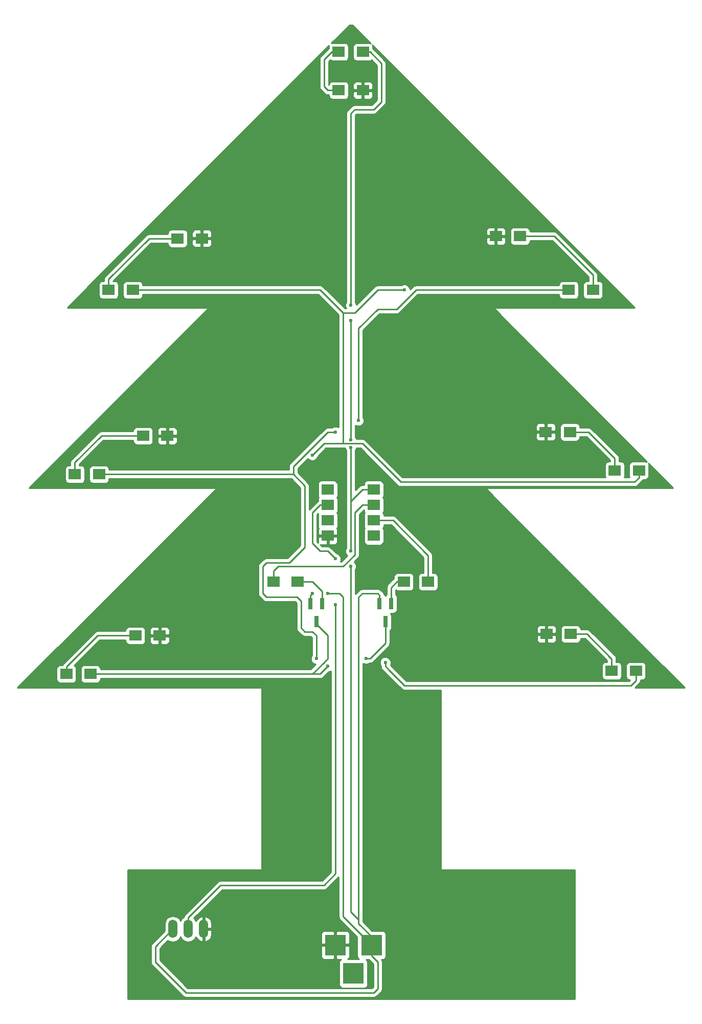
<source format=gbr>
G04 #@! TF.FileFunction,Copper,L1,Top,Signal*
%FSLAX46Y46*%
G04 Gerber Fmt 4.6, Leading zero omitted, Abs format (unit mm)*
G04 Created by KiCad (PCBNEW 4.0.6) date Monday, November 13, 2017 'PMt' 07:08:10 PM*
%MOMM*%
%LPD*%
G01*
G04 APERTURE LIST*
%ADD10C,0.100000*%
%ADD11R,2.000000X1.700000*%
%ADD12R,2.000000X1.780000*%
%ADD13O,1.510000X3.010000*%
%ADD14R,3.500000X3.500000*%
%ADD15R,0.800000X1.900000*%
%ADD16C,0.600000*%
%ADD17C,0.250000*%
%ADD18C,0.254000*%
G04 APERTURE END LIST*
D10*
D11*
X48165000Y-128270000D03*
X52165000Y-128270000D03*
X138970000Y-94615000D03*
X142970000Y-94615000D03*
X55150000Y-64770000D03*
X59150000Y-64770000D03*
D12*
X91440000Y-97790000D03*
X99060000Y-105410000D03*
X91440000Y-100330000D03*
X99060000Y-102870000D03*
X91440000Y-102870000D03*
X99060000Y-100330000D03*
X91440000Y-105410000D03*
X99060000Y-97790000D03*
D11*
X138462000Y-127762000D03*
X142462000Y-127762000D03*
X49562000Y-95250000D03*
X53562000Y-95250000D03*
X135350000Y-64770000D03*
X131350000Y-64770000D03*
X59595000Y-121920000D03*
X63595000Y-121920000D03*
X131540000Y-88265000D03*
X127540000Y-88265000D03*
X66580000Y-56261000D03*
X70580000Y-56261000D03*
X131667000Y-121666000D03*
X127667000Y-121666000D03*
X60865000Y-88900000D03*
X64865000Y-88900000D03*
X123285000Y-55880000D03*
X119285000Y-55880000D03*
X93250000Y-31750000D03*
X97250000Y-31750000D03*
D13*
X65786000Y-170434000D03*
X68326000Y-170434000D03*
X70866000Y-170434000D03*
D11*
X93250000Y-25400000D03*
X97250000Y-25400000D03*
D14*
X98679000Y-173101000D03*
X92679000Y-173101000D03*
X95679000Y-177801000D03*
D11*
X108045000Y-113030000D03*
X104045000Y-113030000D03*
X82455000Y-113030000D03*
X86455000Y-113030000D03*
D15*
X90485000Y-116610000D03*
X88585000Y-116610000D03*
X89535000Y-119610000D03*
X101915000Y-116610000D03*
X100015000Y-116610000D03*
X100965000Y-119610000D03*
D16*
X91440000Y-127000000D03*
X104140000Y-64770000D03*
X88900000Y-92075000D03*
X92710000Y-109220000D03*
X92710000Y-116840000D03*
X91440000Y-114935000D03*
X88900000Y-114935000D03*
X95250000Y-110490000D03*
X95250000Y-107950000D03*
X95250000Y-90805000D03*
X95250000Y-89535000D03*
X95250000Y-69850000D03*
X95250000Y-67310000D03*
X100965000Y-126365000D03*
X97790000Y-125730000D03*
X89535000Y-125730000D03*
X92710000Y-88265000D03*
X96520000Y-86360000D03*
D17*
X48165000Y-128270000D02*
X48165000Y-127095000D01*
X53340000Y-121920000D02*
X59595000Y-121920000D01*
X48165000Y-127095000D02*
X53340000Y-121920000D01*
X142970000Y-94615000D02*
X142970000Y-95790000D01*
X103505000Y-96520000D02*
X97155000Y-90170000D01*
X97155000Y-90170000D02*
X93980000Y-90170000D01*
X142240000Y-96520000D02*
X103505000Y-96520000D01*
X142970000Y-95790000D02*
X142240000Y-96520000D01*
X89535000Y-119610000D02*
X89535000Y-120015000D01*
X89535000Y-120015000D02*
X91440000Y-121920000D01*
X91440000Y-121920000D02*
X91440000Y-125730000D01*
X91440000Y-125730000D02*
X90805000Y-126365000D01*
X90170000Y-128270000D02*
X88900000Y-128270000D01*
X91440000Y-127000000D02*
X90170000Y-128270000D01*
X88900000Y-128270000D02*
X52165000Y-128270000D01*
X91120000Y-126050000D02*
X90805000Y-126365000D01*
X90805000Y-126365000D02*
X88900000Y-128270000D01*
X93980000Y-68580000D02*
X95885000Y-68580000D01*
X99695000Y-64770000D02*
X104140000Y-64770000D01*
X95885000Y-68580000D02*
X99695000Y-64770000D01*
X93980000Y-89535000D02*
X93980000Y-68580000D01*
X93980000Y-90170000D02*
X93980000Y-89535000D01*
X90170000Y-64770000D02*
X59150000Y-64770000D01*
X93980000Y-68580000D02*
X90170000Y-64770000D01*
X93980000Y-90170000D02*
X90805000Y-90170000D01*
X90805000Y-90170000D02*
X88900000Y-92075000D01*
X138970000Y-94615000D02*
X138970000Y-92615000D01*
X134620000Y-88265000D02*
X131540000Y-88265000D01*
X138970000Y-92615000D02*
X134620000Y-88265000D01*
X66580000Y-56261000D02*
X61849000Y-56261000D01*
X55150000Y-62960000D02*
X55150000Y-64770000D01*
X61849000Y-56261000D02*
X55150000Y-62960000D01*
X68326000Y-170434000D02*
X68326000Y-168529000D01*
X90170000Y-100330000D02*
X91440000Y-100330000D01*
X88900000Y-101600000D02*
X90170000Y-100330000D01*
X88900000Y-106680000D02*
X88900000Y-101600000D01*
X90170000Y-107950000D02*
X88900000Y-106680000D01*
X91440000Y-107950000D02*
X90170000Y-107950000D01*
X92710000Y-109220000D02*
X91440000Y-107950000D01*
X92710000Y-161290000D02*
X92710000Y-116840000D01*
X90805000Y-163195000D02*
X92710000Y-161290000D01*
X73660000Y-163195000D02*
X90805000Y-163195000D01*
X68326000Y-168529000D02*
X73660000Y-163195000D01*
X99060000Y-102870000D02*
X102235000Y-102870000D01*
X108045000Y-108680000D02*
X108045000Y-113030000D01*
X102235000Y-102870000D02*
X108045000Y-108680000D01*
X99060000Y-100330000D02*
X97155000Y-100330000D01*
X82455000Y-111220000D02*
X82455000Y-113030000D01*
X83185000Y-110490000D02*
X82455000Y-111220000D01*
X93980000Y-110490000D02*
X83185000Y-110490000D01*
X95885000Y-108585000D02*
X93980000Y-110490000D01*
X95885000Y-101600000D02*
X95885000Y-108585000D01*
X97155000Y-100330000D02*
X95885000Y-101600000D01*
X134366000Y-121666000D02*
X131667000Y-121666000D01*
X138462000Y-125762000D02*
X134366000Y-121666000D01*
X138462000Y-127762000D02*
X138462000Y-125762000D01*
X49562000Y-95250000D02*
X49562000Y-93313000D01*
X53975000Y-88900000D02*
X60865000Y-88900000D01*
X49562000Y-93313000D02*
X53975000Y-88900000D01*
X135350000Y-64770000D02*
X135350000Y-62325000D01*
X128905000Y-55880000D02*
X123285000Y-55880000D01*
X135350000Y-62325000D02*
X128905000Y-55880000D01*
X93250000Y-25400000D02*
X92075000Y-25400000D01*
X91440000Y-31750000D02*
X93250000Y-31750000D01*
X90805000Y-31115000D02*
X91440000Y-31750000D01*
X90805000Y-26670000D02*
X90805000Y-31115000D01*
X92075000Y-25400000D02*
X90805000Y-26670000D01*
X98679000Y-173101000D02*
X98679000Y-174879000D01*
X98679000Y-174879000D02*
X99695000Y-175895000D01*
X99695000Y-175895000D02*
X99695000Y-180340000D01*
X99695000Y-180340000D02*
X99060000Y-180975000D01*
X99060000Y-180975000D02*
X67945000Y-180975000D01*
X67945000Y-180975000D02*
X62865000Y-175895000D01*
X62865000Y-175895000D02*
X62865000Y-173355000D01*
X62865000Y-173355000D02*
X65786000Y-170434000D01*
X97155000Y-114935000D02*
X99060000Y-114935000D01*
X99060000Y-114935000D02*
X99695000Y-114935000D01*
X99695000Y-114935000D02*
X100015000Y-115255000D01*
X100015000Y-115255000D02*
X100015000Y-116610000D01*
X96520000Y-115570000D02*
X96520000Y-168910000D01*
X97155000Y-114935000D02*
X96520000Y-115570000D01*
X92075000Y-114935000D02*
X91440000Y-114935000D01*
X88900000Y-114935000D02*
X88585000Y-115250000D01*
X88585000Y-115250000D02*
X88585000Y-116610000D01*
X92075000Y-114935000D02*
X93345000Y-114935000D01*
X93980000Y-168402000D02*
X98679000Y-173101000D01*
X93980000Y-115570000D02*
X93980000Y-168402000D01*
X93345000Y-114935000D02*
X93980000Y-115570000D01*
X99060000Y-97790000D02*
X97155000Y-97790000D01*
X97155000Y-97790000D02*
X95250000Y-99695000D01*
X99060000Y-34925000D02*
X95885000Y-34925000D01*
X98425000Y-25400000D02*
X100330000Y-27305000D01*
X100330000Y-27305000D02*
X100330000Y-33655000D01*
X100330000Y-33655000D02*
X99060000Y-34925000D01*
X97250000Y-25400000D02*
X98425000Y-25400000D01*
X95250000Y-167640000D02*
X96520000Y-168910000D01*
X95250000Y-110490000D02*
X95250000Y-167640000D01*
X95250000Y-90805000D02*
X95250000Y-99695000D01*
X95250000Y-99695000D02*
X95250000Y-107950000D01*
X95250000Y-69850000D02*
X95250000Y-89535000D01*
X95250000Y-35560000D02*
X95250000Y-67310000D01*
X95885000Y-34925000D02*
X95250000Y-35560000D01*
X96520000Y-169545000D02*
X98679000Y-171704000D01*
X96520000Y-168910000D02*
X96520000Y-169545000D01*
X98679000Y-171704000D02*
X98679000Y-173101000D01*
X101915000Y-116610000D02*
X101915000Y-113985000D01*
X101915000Y-113985000D02*
X102870000Y-113030000D01*
X104045000Y-113030000D02*
X102870000Y-113030000D01*
X104140000Y-130175000D02*
X102870000Y-128905000D01*
X102870000Y-128905000D02*
X101600000Y-127635000D01*
X101600000Y-127635000D02*
X100965000Y-127000000D01*
X100965000Y-127000000D02*
X100965000Y-126365000D01*
X142462000Y-127762000D02*
X142462000Y-129318000D01*
X142462000Y-129318000D02*
X141605000Y-130175000D01*
X141605000Y-130175000D02*
X104140000Y-130175000D01*
X81280000Y-109855000D02*
X82550000Y-109855000D01*
X80645000Y-110490000D02*
X81280000Y-109855000D01*
X80645000Y-114935000D02*
X80645000Y-110490000D01*
X89535000Y-122555000D02*
X89535000Y-121920000D01*
X89535000Y-121920000D02*
X88900000Y-121285000D01*
X88900000Y-121285000D02*
X87630000Y-121285000D01*
X87630000Y-121285000D02*
X86995000Y-120650000D01*
X86995000Y-120650000D02*
X86995000Y-116840000D01*
X86995000Y-116840000D02*
X86995000Y-116205000D01*
X86995000Y-116205000D02*
X86360000Y-115570000D01*
X86360000Y-115570000D02*
X85725000Y-115570000D01*
X80645000Y-114935000D02*
X81280000Y-115570000D01*
X81280000Y-115570000D02*
X83185000Y-115570000D01*
X82550000Y-109855000D02*
X85090000Y-109855000D01*
X100965000Y-119610000D02*
X100965000Y-123190000D01*
X100965000Y-123190000D02*
X98425000Y-125730000D01*
X98425000Y-125730000D02*
X97790000Y-125730000D01*
X89535000Y-122555000D02*
X89535000Y-125730000D01*
X83185000Y-115570000D02*
X85725000Y-115570000D01*
X131350000Y-64770000D02*
X106045000Y-64770000D01*
X85725000Y-93980000D02*
X85725000Y-95250000D01*
X91440000Y-88265000D02*
X85725000Y-93980000D01*
X92710000Y-88265000D02*
X91440000Y-88265000D01*
X96520000Y-71120000D02*
X96520000Y-86360000D01*
X99695000Y-67945000D02*
X96520000Y-71120000D01*
X102870000Y-67945000D02*
X99695000Y-67945000D01*
X106045000Y-64770000D02*
X102870000Y-67945000D01*
X85725000Y-95250000D02*
X87630000Y-97155000D01*
X87630000Y-97155000D02*
X87630000Y-107315000D01*
X87630000Y-107315000D02*
X85090000Y-109855000D01*
X53562000Y-95250000D02*
X85725000Y-95250000D01*
X86455000Y-113030000D02*
X88900000Y-113030000D01*
X88900000Y-113030000D02*
X90485000Y-114615000D01*
X90485000Y-114615000D02*
X90485000Y-116610000D01*
D18*
G36*
X98541631Y-23980723D02*
X98501890Y-23953569D01*
X98250000Y-23902560D01*
X96250000Y-23902560D01*
X96014683Y-23946838D01*
X95798559Y-24085910D01*
X95653569Y-24298110D01*
X95602560Y-24550000D01*
X95602560Y-26250000D01*
X95646838Y-26485317D01*
X95785910Y-26701441D01*
X95998110Y-26846431D01*
X96250000Y-26897440D01*
X98250000Y-26897440D01*
X98485317Y-26853162D01*
X98678835Y-26728637D01*
X99570000Y-27619802D01*
X99570000Y-33340198D01*
X98745198Y-34165000D01*
X95885000Y-34165000D01*
X95594161Y-34222852D01*
X95347599Y-34387599D01*
X94712599Y-35022599D01*
X94547852Y-35269161D01*
X94490000Y-35560000D01*
X94490000Y-66747537D01*
X94457808Y-66779673D01*
X94315162Y-67123201D01*
X94314838Y-67495167D01*
X94449056Y-67820000D01*
X94294802Y-67820000D01*
X90707401Y-64232599D01*
X90460839Y-64067852D01*
X90170000Y-64010000D01*
X60797440Y-64010000D01*
X60797440Y-63920000D01*
X60753162Y-63684683D01*
X60614090Y-63468559D01*
X60401890Y-63323569D01*
X60150000Y-63272560D01*
X58150000Y-63272560D01*
X57914683Y-63316838D01*
X57698559Y-63455910D01*
X57553569Y-63668110D01*
X57502560Y-63920000D01*
X57502560Y-65620000D01*
X57546838Y-65855317D01*
X57685910Y-66071441D01*
X57898110Y-66216431D01*
X58150000Y-66267440D01*
X60150000Y-66267440D01*
X60385317Y-66223162D01*
X60601441Y-66084090D01*
X60746431Y-65871890D01*
X60797440Y-65620000D01*
X60797440Y-65530000D01*
X89855198Y-65530000D01*
X93220000Y-68894802D01*
X93220000Y-87464367D01*
X92896799Y-87330162D01*
X92524833Y-87329838D01*
X92181057Y-87471883D01*
X92147882Y-87505000D01*
X91440000Y-87505000D01*
X91149161Y-87562852D01*
X90902599Y-87727598D01*
X85187599Y-93442599D01*
X85022852Y-93689161D01*
X84965000Y-93980000D01*
X84965000Y-94490000D01*
X55209440Y-94490000D01*
X55209440Y-94400000D01*
X55165162Y-94164683D01*
X55026090Y-93948559D01*
X54813890Y-93803569D01*
X54562000Y-93752560D01*
X52562000Y-93752560D01*
X52326683Y-93796838D01*
X52110559Y-93935910D01*
X51965569Y-94148110D01*
X51914560Y-94400000D01*
X51914560Y-96100000D01*
X51958838Y-96335317D01*
X52097910Y-96551441D01*
X52310110Y-96696431D01*
X52562000Y-96747440D01*
X54562000Y-96747440D01*
X54797317Y-96703162D01*
X55013441Y-96564090D01*
X55158431Y-96351890D01*
X55209440Y-96100000D01*
X55209440Y-96010000D01*
X85410198Y-96010000D01*
X86870000Y-97469802D01*
X86870000Y-107000198D01*
X84775198Y-109095000D01*
X81280000Y-109095000D01*
X80989161Y-109152852D01*
X80742599Y-109317599D01*
X80107599Y-109952599D01*
X79942852Y-110199161D01*
X79885000Y-110490000D01*
X79885000Y-114935000D01*
X79942852Y-115225839D01*
X80107599Y-115472401D01*
X80742599Y-116107401D01*
X80989161Y-116272148D01*
X81280000Y-116330000D01*
X86045198Y-116330000D01*
X86235000Y-116519802D01*
X86235000Y-120650000D01*
X86292852Y-120940839D01*
X86457599Y-121187401D01*
X87092599Y-121822401D01*
X87339161Y-121987148D01*
X87630000Y-122045000D01*
X88585198Y-122045000D01*
X88775000Y-122234802D01*
X88775000Y-125167537D01*
X88742808Y-125199673D01*
X88600162Y-125543201D01*
X88599838Y-125915167D01*
X88741883Y-126258943D01*
X89004673Y-126522192D01*
X89348201Y-126664838D01*
X89430288Y-126664910D01*
X88585198Y-127510000D01*
X53812440Y-127510000D01*
X53812440Y-127420000D01*
X53768162Y-127184683D01*
X53629090Y-126968559D01*
X53416890Y-126823569D01*
X53165000Y-126772560D01*
X51165000Y-126772560D01*
X50929683Y-126816838D01*
X50713559Y-126955910D01*
X50568569Y-127168110D01*
X50517560Y-127420000D01*
X50517560Y-129120000D01*
X50561838Y-129355317D01*
X50700910Y-129571441D01*
X50913110Y-129716431D01*
X51165000Y-129767440D01*
X53165000Y-129767440D01*
X53400317Y-129723162D01*
X53616441Y-129584090D01*
X53761431Y-129371890D01*
X53812440Y-129120000D01*
X53812440Y-129030000D01*
X90170000Y-129030000D01*
X90460839Y-128972148D01*
X90707401Y-128807401D01*
X91579680Y-127935122D01*
X91625167Y-127935162D01*
X91950000Y-127800944D01*
X91950000Y-160975198D01*
X90490198Y-162435000D01*
X73660000Y-162435000D01*
X73369161Y-162492852D01*
X73122599Y-162657599D01*
X67788599Y-167991599D01*
X67623852Y-168238161D01*
X67570296Y-168507404D01*
X67343122Y-168659197D01*
X67056000Y-169088904D01*
X66768878Y-168659197D01*
X66317930Y-168357882D01*
X65786000Y-168252075D01*
X65254070Y-168357882D01*
X64803122Y-168659197D01*
X64501807Y-169110145D01*
X64396000Y-169642075D01*
X64396000Y-170749198D01*
X62327599Y-172817599D01*
X62162852Y-173064161D01*
X62105000Y-173355000D01*
X62105000Y-175895000D01*
X62162852Y-176185839D01*
X62327599Y-176432401D01*
X67407599Y-181512401D01*
X67654161Y-181677148D01*
X67945000Y-181735000D01*
X99060000Y-181735000D01*
X99350839Y-181677148D01*
X99597401Y-181512401D01*
X100232401Y-180877401D01*
X100397148Y-180630839D01*
X100455000Y-180340000D01*
X100455000Y-175895000D01*
X100397148Y-175604161D01*
X100326508Y-175498440D01*
X100429000Y-175498440D01*
X100664317Y-175454162D01*
X100880441Y-175315090D01*
X101025431Y-175102890D01*
X101076440Y-174851000D01*
X101076440Y-171351000D01*
X101032162Y-171115683D01*
X100893090Y-170899559D01*
X100680890Y-170754569D01*
X100429000Y-170703560D01*
X98753362Y-170703560D01*
X97280000Y-169230198D01*
X97280000Y-126530633D01*
X97603201Y-126664838D01*
X97975167Y-126665162D01*
X98318943Y-126523117D01*
X98352118Y-126490000D01*
X98425000Y-126490000D01*
X98715839Y-126432148D01*
X98962401Y-126267401D01*
X101502401Y-123727401D01*
X101667148Y-123480840D01*
X101689905Y-123366431D01*
X101725000Y-123190000D01*
X101725000Y-121951750D01*
X126032000Y-121951750D01*
X126032000Y-122642310D01*
X126128673Y-122875699D01*
X126307302Y-123054327D01*
X126540691Y-123151000D01*
X127381250Y-123151000D01*
X127540000Y-122992250D01*
X127540000Y-121793000D01*
X127794000Y-121793000D01*
X127794000Y-122992250D01*
X127952750Y-123151000D01*
X128793309Y-123151000D01*
X129026698Y-123054327D01*
X129205327Y-122875699D01*
X129302000Y-122642310D01*
X129302000Y-121951750D01*
X129143250Y-121793000D01*
X127794000Y-121793000D01*
X127540000Y-121793000D01*
X126190750Y-121793000D01*
X126032000Y-121951750D01*
X101725000Y-121951750D01*
X101725000Y-121082931D01*
X101816441Y-121024090D01*
X101961431Y-120811890D01*
X101986177Y-120689690D01*
X126032000Y-120689690D01*
X126032000Y-121380250D01*
X126190750Y-121539000D01*
X127540000Y-121539000D01*
X127540000Y-120339750D01*
X127794000Y-120339750D01*
X127794000Y-121539000D01*
X129143250Y-121539000D01*
X129302000Y-121380250D01*
X129302000Y-120816000D01*
X130019560Y-120816000D01*
X130019560Y-122516000D01*
X130063838Y-122751317D01*
X130202910Y-122967441D01*
X130415110Y-123112431D01*
X130667000Y-123163440D01*
X132667000Y-123163440D01*
X132902317Y-123119162D01*
X133118441Y-122980090D01*
X133263431Y-122767890D01*
X133314440Y-122516000D01*
X133314440Y-122426000D01*
X134051198Y-122426000D01*
X137702000Y-126076802D01*
X137702000Y-126264560D01*
X137462000Y-126264560D01*
X137226683Y-126308838D01*
X137010559Y-126447910D01*
X136865569Y-126660110D01*
X136814560Y-126912000D01*
X136814560Y-128612000D01*
X136858838Y-128847317D01*
X136997910Y-129063441D01*
X137210110Y-129208431D01*
X137462000Y-129259440D01*
X139462000Y-129259440D01*
X139697317Y-129215162D01*
X139913441Y-129076090D01*
X140058431Y-128863890D01*
X140109440Y-128612000D01*
X140109440Y-126912000D01*
X140065162Y-126676683D01*
X139926090Y-126460559D01*
X139713890Y-126315569D01*
X139462000Y-126264560D01*
X139222000Y-126264560D01*
X139222000Y-125762000D01*
X139164148Y-125471161D01*
X138999401Y-125224599D01*
X134903401Y-121128599D01*
X134656839Y-120963852D01*
X134366000Y-120906000D01*
X133314440Y-120906000D01*
X133314440Y-120816000D01*
X133270162Y-120580683D01*
X133131090Y-120364559D01*
X132918890Y-120219569D01*
X132667000Y-120168560D01*
X130667000Y-120168560D01*
X130431683Y-120212838D01*
X130215559Y-120351910D01*
X130070569Y-120564110D01*
X130019560Y-120816000D01*
X129302000Y-120816000D01*
X129302000Y-120689690D01*
X129205327Y-120456301D01*
X129026698Y-120277673D01*
X128793309Y-120181000D01*
X127952750Y-120181000D01*
X127794000Y-120339750D01*
X127540000Y-120339750D01*
X127381250Y-120181000D01*
X126540691Y-120181000D01*
X126307302Y-120277673D01*
X126128673Y-120456301D01*
X126032000Y-120689690D01*
X101986177Y-120689690D01*
X102012440Y-120560000D01*
X102012440Y-118660000D01*
X101968162Y-118424683D01*
X101829090Y-118208559D01*
X101827452Y-118207440D01*
X102315000Y-118207440D01*
X102550317Y-118163162D01*
X102766441Y-118024090D01*
X102911431Y-117811890D01*
X102962440Y-117560000D01*
X102962440Y-115660000D01*
X102918162Y-115424683D01*
X102779090Y-115208559D01*
X102675000Y-115137437D01*
X102675000Y-114395730D01*
X102793110Y-114476431D01*
X103045000Y-114527440D01*
X105045000Y-114527440D01*
X105280317Y-114483162D01*
X105496441Y-114344090D01*
X105641431Y-114131890D01*
X105692440Y-113880000D01*
X105692440Y-112180000D01*
X105648162Y-111944683D01*
X105509090Y-111728559D01*
X105296890Y-111583569D01*
X105045000Y-111532560D01*
X103045000Y-111532560D01*
X102809683Y-111576838D01*
X102593559Y-111715910D01*
X102448569Y-111928110D01*
X102397560Y-112180000D01*
X102397560Y-112449194D01*
X102332599Y-112492599D01*
X101377599Y-113447599D01*
X101212852Y-113694161D01*
X101155000Y-113985000D01*
X101155000Y-115137069D01*
X101063559Y-115195910D01*
X100964367Y-115341083D01*
X100879090Y-115208559D01*
X100747937Y-115118946D01*
X100717148Y-114964160D01*
X100552401Y-114717599D01*
X100232401Y-114397599D01*
X99985839Y-114232852D01*
X99695000Y-114175000D01*
X97155000Y-114175000D01*
X96864161Y-114232852D01*
X96617599Y-114397599D01*
X96010000Y-115005198D01*
X96010000Y-111052463D01*
X96042192Y-111020327D01*
X96184838Y-110676799D01*
X96185162Y-110304833D01*
X96043117Y-109961057D01*
X95813631Y-109731171D01*
X96422401Y-109122401D01*
X96587148Y-108875839D01*
X96645000Y-108585000D01*
X96645000Y-101914802D01*
X97412560Y-101147242D01*
X97412560Y-101220000D01*
X97456838Y-101455317D01*
X97550503Y-101600877D01*
X97463569Y-101728110D01*
X97412560Y-101980000D01*
X97412560Y-103760000D01*
X97456838Y-103995317D01*
X97550503Y-104140877D01*
X97463569Y-104268110D01*
X97412560Y-104520000D01*
X97412560Y-106300000D01*
X97456838Y-106535317D01*
X97595910Y-106751441D01*
X97808110Y-106896431D01*
X98060000Y-106947440D01*
X100060000Y-106947440D01*
X100295317Y-106903162D01*
X100511441Y-106764090D01*
X100656431Y-106551890D01*
X100707440Y-106300000D01*
X100707440Y-104520000D01*
X100663162Y-104284683D01*
X100569497Y-104139123D01*
X100656431Y-104011890D01*
X100707440Y-103760000D01*
X100707440Y-103630000D01*
X101920198Y-103630000D01*
X107285000Y-108994802D01*
X107285000Y-111532560D01*
X107045000Y-111532560D01*
X106809683Y-111576838D01*
X106593559Y-111715910D01*
X106448569Y-111928110D01*
X106397560Y-112180000D01*
X106397560Y-113880000D01*
X106441838Y-114115317D01*
X106580910Y-114331441D01*
X106793110Y-114476431D01*
X107045000Y-114527440D01*
X109045000Y-114527440D01*
X109280317Y-114483162D01*
X109496441Y-114344090D01*
X109641431Y-114131890D01*
X109692440Y-113880000D01*
X109692440Y-112180000D01*
X109648162Y-111944683D01*
X109509090Y-111728559D01*
X109296890Y-111583569D01*
X109045000Y-111532560D01*
X108805000Y-111532560D01*
X108805000Y-108680000D01*
X108747148Y-108389161D01*
X108582401Y-108142599D01*
X102772401Y-102332599D01*
X102525839Y-102167852D01*
X102235000Y-102110000D01*
X100707440Y-102110000D01*
X100707440Y-101980000D01*
X100663162Y-101744683D01*
X100569497Y-101599123D01*
X100656431Y-101471890D01*
X100707440Y-101220000D01*
X100707440Y-99440000D01*
X100663162Y-99204683D01*
X100569497Y-99059123D01*
X100656431Y-98931890D01*
X100707440Y-98680000D01*
X100707440Y-96900000D01*
X100663162Y-96664683D01*
X100524090Y-96448559D01*
X100311890Y-96303569D01*
X100060000Y-96252560D01*
X98060000Y-96252560D01*
X97824683Y-96296838D01*
X97608559Y-96435910D01*
X97463569Y-96648110D01*
X97412560Y-96900000D01*
X97412560Y-97030000D01*
X97155000Y-97030000D01*
X96864161Y-97087852D01*
X96617599Y-97252599D01*
X96010000Y-97860198D01*
X96010000Y-91367463D01*
X96042192Y-91335327D01*
X96184838Y-90991799D01*
X96184892Y-90930000D01*
X96840198Y-90930000D01*
X102967599Y-97057401D01*
X103214161Y-97222148D01*
X103505000Y-97280000D01*
X142240000Y-97280000D01*
X142530839Y-97222148D01*
X142777401Y-97057401D01*
X143507401Y-96327401D01*
X143651033Y-96112440D01*
X143970000Y-96112440D01*
X144205317Y-96068162D01*
X144421441Y-95929090D01*
X144566431Y-95716890D01*
X144617440Y-95465000D01*
X144617440Y-93765000D01*
X144573162Y-93529683D01*
X144532680Y-93466772D01*
X148601908Y-97536000D01*
X117856000Y-97536000D01*
X117806590Y-97546006D01*
X117764965Y-97574447D01*
X117737685Y-97616841D01*
X117729048Y-97666509D01*
X117740416Y-97715623D01*
X117766197Y-97752803D01*
X118752130Y-98738736D01*
X118877954Y-98927046D01*
X150506908Y-130556000D01*
X142298802Y-130556000D01*
X142999401Y-129855401D01*
X143164148Y-129608839D01*
X143222000Y-129318000D01*
X143222000Y-129259440D01*
X143462000Y-129259440D01*
X143697317Y-129215162D01*
X143913441Y-129076090D01*
X144058431Y-128863890D01*
X144109440Y-128612000D01*
X144109440Y-126912000D01*
X144065162Y-126676683D01*
X143926090Y-126460559D01*
X143713890Y-126315569D01*
X143462000Y-126264560D01*
X141462000Y-126264560D01*
X141226683Y-126308838D01*
X141010559Y-126447910D01*
X140865569Y-126660110D01*
X140814560Y-126912000D01*
X140814560Y-128612000D01*
X140858838Y-128847317D01*
X140997910Y-129063441D01*
X141210110Y-129208431D01*
X141448493Y-129256705D01*
X141290198Y-129415000D01*
X104454802Y-129415000D01*
X101809400Y-126769598D01*
X101899838Y-126551799D01*
X101900162Y-126179833D01*
X101758117Y-125836057D01*
X101495327Y-125572808D01*
X101151799Y-125430162D01*
X100779833Y-125429838D01*
X100436057Y-125571883D01*
X100172808Y-125834673D01*
X100030162Y-126178201D01*
X100029838Y-126550167D01*
X100171883Y-126893943D01*
X100205000Y-126927118D01*
X100205000Y-127000000D01*
X100262852Y-127290839D01*
X100427599Y-127537401D01*
X103602599Y-130712401D01*
X103849160Y-130877148D01*
X104140000Y-130935000D01*
X110109000Y-130935000D01*
X110109000Y-160528000D01*
X110119006Y-160577410D01*
X110147447Y-160619035D01*
X110189841Y-160646315D01*
X110236000Y-160655000D01*
X132334000Y-160655000D01*
X132334000Y-181991000D01*
X58293000Y-181991000D01*
X58293000Y-160655000D01*
X80391000Y-160655000D01*
X80440410Y-160644994D01*
X80482035Y-160616553D01*
X80509315Y-160574159D01*
X80518000Y-160528000D01*
X80518000Y-130683000D01*
X80507994Y-130633590D01*
X80479553Y-130591965D01*
X80437159Y-130564685D01*
X80391000Y-130556000D01*
X40057606Y-130556000D01*
X43193606Y-127420000D01*
X46517560Y-127420000D01*
X46517560Y-129120000D01*
X46561838Y-129355317D01*
X46700910Y-129571441D01*
X46913110Y-129716431D01*
X47165000Y-129767440D01*
X49165000Y-129767440D01*
X49400317Y-129723162D01*
X49616441Y-129584090D01*
X49761431Y-129371890D01*
X49812440Y-129120000D01*
X49812440Y-127420000D01*
X49768162Y-127184683D01*
X49629090Y-126968559D01*
X49472937Y-126861865D01*
X53654802Y-122680000D01*
X57947560Y-122680000D01*
X57947560Y-122770000D01*
X57991838Y-123005317D01*
X58130910Y-123221441D01*
X58343110Y-123366431D01*
X58595000Y-123417440D01*
X60595000Y-123417440D01*
X60830317Y-123373162D01*
X61046441Y-123234090D01*
X61191431Y-123021890D01*
X61242440Y-122770000D01*
X61242440Y-122205750D01*
X61960000Y-122205750D01*
X61960000Y-122896310D01*
X62056673Y-123129699D01*
X62235302Y-123308327D01*
X62468691Y-123405000D01*
X63309250Y-123405000D01*
X63468000Y-123246250D01*
X63468000Y-122047000D01*
X63722000Y-122047000D01*
X63722000Y-123246250D01*
X63880750Y-123405000D01*
X64721309Y-123405000D01*
X64954698Y-123308327D01*
X65133327Y-123129699D01*
X65230000Y-122896310D01*
X65230000Y-122205750D01*
X65071250Y-122047000D01*
X63722000Y-122047000D01*
X63468000Y-122047000D01*
X62118750Y-122047000D01*
X61960000Y-122205750D01*
X61242440Y-122205750D01*
X61242440Y-121070000D01*
X61218674Y-120943690D01*
X61960000Y-120943690D01*
X61960000Y-121634250D01*
X62118750Y-121793000D01*
X63468000Y-121793000D01*
X63468000Y-120593750D01*
X63722000Y-120593750D01*
X63722000Y-121793000D01*
X65071250Y-121793000D01*
X65230000Y-121634250D01*
X65230000Y-120943690D01*
X65133327Y-120710301D01*
X64954698Y-120531673D01*
X64721309Y-120435000D01*
X63880750Y-120435000D01*
X63722000Y-120593750D01*
X63468000Y-120593750D01*
X63309250Y-120435000D01*
X62468691Y-120435000D01*
X62235302Y-120531673D01*
X62056673Y-120710301D01*
X61960000Y-120943690D01*
X61218674Y-120943690D01*
X61198162Y-120834683D01*
X61059090Y-120618559D01*
X60846890Y-120473569D01*
X60595000Y-120422560D01*
X58595000Y-120422560D01*
X58359683Y-120466838D01*
X58143559Y-120605910D01*
X57998569Y-120818110D01*
X57947560Y-121070000D01*
X57947560Y-121160000D01*
X53340000Y-121160000D01*
X53049160Y-121217852D01*
X52802599Y-121382599D01*
X47627599Y-126557599D01*
X47483967Y-126772560D01*
X47165000Y-126772560D01*
X46929683Y-126816838D01*
X46713559Y-126955910D01*
X46568569Y-127168110D01*
X46517560Y-127420000D01*
X43193606Y-127420000D01*
X72860803Y-97752803D01*
X72888666Y-97710789D01*
X72897988Y-97661246D01*
X72887300Y-97611978D01*
X72858287Y-97570751D01*
X72815520Y-97544059D01*
X72771000Y-97536000D01*
X41962606Y-97536000D01*
X45098606Y-94400000D01*
X47914560Y-94400000D01*
X47914560Y-96100000D01*
X47958838Y-96335317D01*
X48097910Y-96551441D01*
X48310110Y-96696431D01*
X48562000Y-96747440D01*
X50562000Y-96747440D01*
X50797317Y-96703162D01*
X51013441Y-96564090D01*
X51158431Y-96351890D01*
X51209440Y-96100000D01*
X51209440Y-94400000D01*
X51165162Y-94164683D01*
X51026090Y-93948559D01*
X50813890Y-93803569D01*
X50562000Y-93752560D01*
X50322000Y-93752560D01*
X50322000Y-93627802D01*
X54289802Y-89660000D01*
X59217560Y-89660000D01*
X59217560Y-89750000D01*
X59261838Y-89985317D01*
X59400910Y-90201441D01*
X59613110Y-90346431D01*
X59865000Y-90397440D01*
X61865000Y-90397440D01*
X62100317Y-90353162D01*
X62316441Y-90214090D01*
X62461431Y-90001890D01*
X62512440Y-89750000D01*
X62512440Y-89185750D01*
X63230000Y-89185750D01*
X63230000Y-89876310D01*
X63326673Y-90109699D01*
X63505302Y-90288327D01*
X63738691Y-90385000D01*
X64579250Y-90385000D01*
X64738000Y-90226250D01*
X64738000Y-89027000D01*
X64992000Y-89027000D01*
X64992000Y-90226250D01*
X65150750Y-90385000D01*
X65991309Y-90385000D01*
X66224698Y-90288327D01*
X66403327Y-90109699D01*
X66500000Y-89876310D01*
X66500000Y-89185750D01*
X66341250Y-89027000D01*
X64992000Y-89027000D01*
X64738000Y-89027000D01*
X63388750Y-89027000D01*
X63230000Y-89185750D01*
X62512440Y-89185750D01*
X62512440Y-88050000D01*
X62488674Y-87923690D01*
X63230000Y-87923690D01*
X63230000Y-88614250D01*
X63388750Y-88773000D01*
X64738000Y-88773000D01*
X64738000Y-87573750D01*
X64992000Y-87573750D01*
X64992000Y-88773000D01*
X66341250Y-88773000D01*
X66500000Y-88614250D01*
X66500000Y-87923690D01*
X66403327Y-87690301D01*
X66224698Y-87511673D01*
X65991309Y-87415000D01*
X65150750Y-87415000D01*
X64992000Y-87573750D01*
X64738000Y-87573750D01*
X64579250Y-87415000D01*
X63738691Y-87415000D01*
X63505302Y-87511673D01*
X63326673Y-87690301D01*
X63230000Y-87923690D01*
X62488674Y-87923690D01*
X62468162Y-87814683D01*
X62329090Y-87598559D01*
X62116890Y-87453569D01*
X61865000Y-87402560D01*
X59865000Y-87402560D01*
X59629683Y-87446838D01*
X59413559Y-87585910D01*
X59268569Y-87798110D01*
X59217560Y-88050000D01*
X59217560Y-88140000D01*
X53975000Y-88140000D01*
X53732414Y-88188254D01*
X53684160Y-88197852D01*
X53437599Y-88362599D01*
X49024599Y-92775599D01*
X48859852Y-93022161D01*
X48802000Y-93313000D01*
X48802000Y-93752560D01*
X48562000Y-93752560D01*
X48326683Y-93796838D01*
X48110559Y-93935910D01*
X47965569Y-94148110D01*
X47914560Y-94400000D01*
X45098606Y-94400000D01*
X71590803Y-67907803D01*
X71618666Y-67865789D01*
X71627988Y-67816246D01*
X71617300Y-67766978D01*
X71588287Y-67725751D01*
X71545520Y-67699059D01*
X71501000Y-67691000D01*
X48312606Y-67691000D01*
X52083606Y-63920000D01*
X53502560Y-63920000D01*
X53502560Y-65620000D01*
X53546838Y-65855317D01*
X53685910Y-66071441D01*
X53898110Y-66216431D01*
X54150000Y-66267440D01*
X56150000Y-66267440D01*
X56385317Y-66223162D01*
X56601441Y-66084090D01*
X56746431Y-65871890D01*
X56797440Y-65620000D01*
X56797440Y-63920000D01*
X56753162Y-63684683D01*
X56614090Y-63468559D01*
X56401890Y-63323569D01*
X56150000Y-63272560D01*
X55912242Y-63272560D01*
X62163802Y-57021000D01*
X64932560Y-57021000D01*
X64932560Y-57111000D01*
X64976838Y-57346317D01*
X65115910Y-57562441D01*
X65328110Y-57707431D01*
X65580000Y-57758440D01*
X67580000Y-57758440D01*
X67815317Y-57714162D01*
X68031441Y-57575090D01*
X68176431Y-57362890D01*
X68227440Y-57111000D01*
X68227440Y-56546750D01*
X68945000Y-56546750D01*
X68945000Y-57237310D01*
X69041673Y-57470699D01*
X69220302Y-57649327D01*
X69453691Y-57746000D01*
X70294250Y-57746000D01*
X70453000Y-57587250D01*
X70453000Y-56388000D01*
X70707000Y-56388000D01*
X70707000Y-57587250D01*
X70865750Y-57746000D01*
X71706309Y-57746000D01*
X71939698Y-57649327D01*
X72118327Y-57470699D01*
X72215000Y-57237310D01*
X72215000Y-56546750D01*
X72056250Y-56388000D01*
X70707000Y-56388000D01*
X70453000Y-56388000D01*
X69103750Y-56388000D01*
X68945000Y-56546750D01*
X68227440Y-56546750D01*
X68227440Y-55411000D01*
X68203674Y-55284690D01*
X68945000Y-55284690D01*
X68945000Y-55975250D01*
X69103750Y-56134000D01*
X70453000Y-56134000D01*
X70453000Y-54934750D01*
X70707000Y-54934750D01*
X70707000Y-56134000D01*
X72056250Y-56134000D01*
X72215000Y-55975250D01*
X72215000Y-55284690D01*
X72118327Y-55051301D01*
X71939698Y-54872673D01*
X71706309Y-54776000D01*
X70865750Y-54776000D01*
X70707000Y-54934750D01*
X70453000Y-54934750D01*
X70294250Y-54776000D01*
X69453691Y-54776000D01*
X69220302Y-54872673D01*
X69041673Y-55051301D01*
X68945000Y-55284690D01*
X68203674Y-55284690D01*
X68183162Y-55175683D01*
X68044090Y-54959559D01*
X67831890Y-54814569D01*
X67580000Y-54763560D01*
X65580000Y-54763560D01*
X65344683Y-54807838D01*
X65128559Y-54946910D01*
X64983569Y-55159110D01*
X64932560Y-55411000D01*
X64932560Y-55501000D01*
X61849000Y-55501000D01*
X61558161Y-55558852D01*
X61311599Y-55723599D01*
X54612599Y-62422599D01*
X54447852Y-62669161D01*
X54390000Y-62960000D01*
X54390000Y-63272560D01*
X54150000Y-63272560D01*
X53914683Y-63316838D01*
X53698559Y-63455910D01*
X53553569Y-63668110D01*
X53502560Y-63920000D01*
X52083606Y-63920000D01*
X91640383Y-24363223D01*
X91602560Y-24550000D01*
X91602560Y-24819193D01*
X91537599Y-24862599D01*
X90267599Y-26132599D01*
X90102852Y-26379161D01*
X90045000Y-26670000D01*
X90045000Y-31115000D01*
X90102852Y-31405839D01*
X90267599Y-31652401D01*
X90902599Y-32287401D01*
X91149161Y-32452148D01*
X91440000Y-32510000D01*
X91602560Y-32510000D01*
X91602560Y-32600000D01*
X91646838Y-32835317D01*
X91785910Y-33051441D01*
X91998110Y-33196431D01*
X92250000Y-33247440D01*
X94250000Y-33247440D01*
X94485317Y-33203162D01*
X94701441Y-33064090D01*
X94846431Y-32851890D01*
X94897440Y-32600000D01*
X94897440Y-32035750D01*
X95615000Y-32035750D01*
X95615000Y-32726310D01*
X95711673Y-32959699D01*
X95890302Y-33138327D01*
X96123691Y-33235000D01*
X96964250Y-33235000D01*
X97123000Y-33076250D01*
X97123000Y-31877000D01*
X97377000Y-31877000D01*
X97377000Y-33076250D01*
X97535750Y-33235000D01*
X98376309Y-33235000D01*
X98609698Y-33138327D01*
X98788327Y-32959699D01*
X98885000Y-32726310D01*
X98885000Y-32035750D01*
X98726250Y-31877000D01*
X97377000Y-31877000D01*
X97123000Y-31877000D01*
X95773750Y-31877000D01*
X95615000Y-32035750D01*
X94897440Y-32035750D01*
X94897440Y-30900000D01*
X94873674Y-30773690D01*
X95615000Y-30773690D01*
X95615000Y-31464250D01*
X95773750Y-31623000D01*
X97123000Y-31623000D01*
X97123000Y-30423750D01*
X97377000Y-30423750D01*
X97377000Y-31623000D01*
X98726250Y-31623000D01*
X98885000Y-31464250D01*
X98885000Y-30773690D01*
X98788327Y-30540301D01*
X98609698Y-30361673D01*
X98376309Y-30265000D01*
X97535750Y-30265000D01*
X97377000Y-30423750D01*
X97123000Y-30423750D01*
X96964250Y-30265000D01*
X96123691Y-30265000D01*
X95890302Y-30361673D01*
X95711673Y-30540301D01*
X95615000Y-30773690D01*
X94873674Y-30773690D01*
X94853162Y-30664683D01*
X94714090Y-30448559D01*
X94501890Y-30303569D01*
X94250000Y-30252560D01*
X92250000Y-30252560D01*
X92014683Y-30296838D01*
X91798559Y-30435910D01*
X91653569Y-30648110D01*
X91613042Y-30848240D01*
X91565000Y-30800198D01*
X91565000Y-26984802D01*
X91823011Y-26726791D01*
X91998110Y-26846431D01*
X92250000Y-26897440D01*
X94250000Y-26897440D01*
X94485317Y-26853162D01*
X94701441Y-26714090D01*
X94846431Y-26501890D01*
X94897440Y-26250000D01*
X94897440Y-24550000D01*
X94853162Y-24314683D01*
X94714090Y-24098559D01*
X94501890Y-23953569D01*
X94250000Y-23902560D01*
X92250000Y-23902560D01*
X92066522Y-23937084D01*
X95048606Y-20955000D01*
X95515908Y-20955000D01*
X98541631Y-23980723D01*
X98541631Y-23980723D01*
G37*
X98541631Y-23980723D02*
X98501890Y-23953569D01*
X98250000Y-23902560D01*
X96250000Y-23902560D01*
X96014683Y-23946838D01*
X95798559Y-24085910D01*
X95653569Y-24298110D01*
X95602560Y-24550000D01*
X95602560Y-26250000D01*
X95646838Y-26485317D01*
X95785910Y-26701441D01*
X95998110Y-26846431D01*
X96250000Y-26897440D01*
X98250000Y-26897440D01*
X98485317Y-26853162D01*
X98678835Y-26728637D01*
X99570000Y-27619802D01*
X99570000Y-33340198D01*
X98745198Y-34165000D01*
X95885000Y-34165000D01*
X95594161Y-34222852D01*
X95347599Y-34387599D01*
X94712599Y-35022599D01*
X94547852Y-35269161D01*
X94490000Y-35560000D01*
X94490000Y-66747537D01*
X94457808Y-66779673D01*
X94315162Y-67123201D01*
X94314838Y-67495167D01*
X94449056Y-67820000D01*
X94294802Y-67820000D01*
X90707401Y-64232599D01*
X90460839Y-64067852D01*
X90170000Y-64010000D01*
X60797440Y-64010000D01*
X60797440Y-63920000D01*
X60753162Y-63684683D01*
X60614090Y-63468559D01*
X60401890Y-63323569D01*
X60150000Y-63272560D01*
X58150000Y-63272560D01*
X57914683Y-63316838D01*
X57698559Y-63455910D01*
X57553569Y-63668110D01*
X57502560Y-63920000D01*
X57502560Y-65620000D01*
X57546838Y-65855317D01*
X57685910Y-66071441D01*
X57898110Y-66216431D01*
X58150000Y-66267440D01*
X60150000Y-66267440D01*
X60385317Y-66223162D01*
X60601441Y-66084090D01*
X60746431Y-65871890D01*
X60797440Y-65620000D01*
X60797440Y-65530000D01*
X89855198Y-65530000D01*
X93220000Y-68894802D01*
X93220000Y-87464367D01*
X92896799Y-87330162D01*
X92524833Y-87329838D01*
X92181057Y-87471883D01*
X92147882Y-87505000D01*
X91440000Y-87505000D01*
X91149161Y-87562852D01*
X90902599Y-87727598D01*
X85187599Y-93442599D01*
X85022852Y-93689161D01*
X84965000Y-93980000D01*
X84965000Y-94490000D01*
X55209440Y-94490000D01*
X55209440Y-94400000D01*
X55165162Y-94164683D01*
X55026090Y-93948559D01*
X54813890Y-93803569D01*
X54562000Y-93752560D01*
X52562000Y-93752560D01*
X52326683Y-93796838D01*
X52110559Y-93935910D01*
X51965569Y-94148110D01*
X51914560Y-94400000D01*
X51914560Y-96100000D01*
X51958838Y-96335317D01*
X52097910Y-96551441D01*
X52310110Y-96696431D01*
X52562000Y-96747440D01*
X54562000Y-96747440D01*
X54797317Y-96703162D01*
X55013441Y-96564090D01*
X55158431Y-96351890D01*
X55209440Y-96100000D01*
X55209440Y-96010000D01*
X85410198Y-96010000D01*
X86870000Y-97469802D01*
X86870000Y-107000198D01*
X84775198Y-109095000D01*
X81280000Y-109095000D01*
X80989161Y-109152852D01*
X80742599Y-109317599D01*
X80107599Y-109952599D01*
X79942852Y-110199161D01*
X79885000Y-110490000D01*
X79885000Y-114935000D01*
X79942852Y-115225839D01*
X80107599Y-115472401D01*
X80742599Y-116107401D01*
X80989161Y-116272148D01*
X81280000Y-116330000D01*
X86045198Y-116330000D01*
X86235000Y-116519802D01*
X86235000Y-120650000D01*
X86292852Y-120940839D01*
X86457599Y-121187401D01*
X87092599Y-121822401D01*
X87339161Y-121987148D01*
X87630000Y-122045000D01*
X88585198Y-122045000D01*
X88775000Y-122234802D01*
X88775000Y-125167537D01*
X88742808Y-125199673D01*
X88600162Y-125543201D01*
X88599838Y-125915167D01*
X88741883Y-126258943D01*
X89004673Y-126522192D01*
X89348201Y-126664838D01*
X89430288Y-126664910D01*
X88585198Y-127510000D01*
X53812440Y-127510000D01*
X53812440Y-127420000D01*
X53768162Y-127184683D01*
X53629090Y-126968559D01*
X53416890Y-126823569D01*
X53165000Y-126772560D01*
X51165000Y-126772560D01*
X50929683Y-126816838D01*
X50713559Y-126955910D01*
X50568569Y-127168110D01*
X50517560Y-127420000D01*
X50517560Y-129120000D01*
X50561838Y-129355317D01*
X50700910Y-129571441D01*
X50913110Y-129716431D01*
X51165000Y-129767440D01*
X53165000Y-129767440D01*
X53400317Y-129723162D01*
X53616441Y-129584090D01*
X53761431Y-129371890D01*
X53812440Y-129120000D01*
X53812440Y-129030000D01*
X90170000Y-129030000D01*
X90460839Y-128972148D01*
X90707401Y-128807401D01*
X91579680Y-127935122D01*
X91625167Y-127935162D01*
X91950000Y-127800944D01*
X91950000Y-160975198D01*
X90490198Y-162435000D01*
X73660000Y-162435000D01*
X73369161Y-162492852D01*
X73122599Y-162657599D01*
X67788599Y-167991599D01*
X67623852Y-168238161D01*
X67570296Y-168507404D01*
X67343122Y-168659197D01*
X67056000Y-169088904D01*
X66768878Y-168659197D01*
X66317930Y-168357882D01*
X65786000Y-168252075D01*
X65254070Y-168357882D01*
X64803122Y-168659197D01*
X64501807Y-169110145D01*
X64396000Y-169642075D01*
X64396000Y-170749198D01*
X62327599Y-172817599D01*
X62162852Y-173064161D01*
X62105000Y-173355000D01*
X62105000Y-175895000D01*
X62162852Y-176185839D01*
X62327599Y-176432401D01*
X67407599Y-181512401D01*
X67654161Y-181677148D01*
X67945000Y-181735000D01*
X99060000Y-181735000D01*
X99350839Y-181677148D01*
X99597401Y-181512401D01*
X100232401Y-180877401D01*
X100397148Y-180630839D01*
X100455000Y-180340000D01*
X100455000Y-175895000D01*
X100397148Y-175604161D01*
X100326508Y-175498440D01*
X100429000Y-175498440D01*
X100664317Y-175454162D01*
X100880441Y-175315090D01*
X101025431Y-175102890D01*
X101076440Y-174851000D01*
X101076440Y-171351000D01*
X101032162Y-171115683D01*
X100893090Y-170899559D01*
X100680890Y-170754569D01*
X100429000Y-170703560D01*
X98753362Y-170703560D01*
X97280000Y-169230198D01*
X97280000Y-126530633D01*
X97603201Y-126664838D01*
X97975167Y-126665162D01*
X98318943Y-126523117D01*
X98352118Y-126490000D01*
X98425000Y-126490000D01*
X98715839Y-126432148D01*
X98962401Y-126267401D01*
X101502401Y-123727401D01*
X101667148Y-123480840D01*
X101689905Y-123366431D01*
X101725000Y-123190000D01*
X101725000Y-121951750D01*
X126032000Y-121951750D01*
X126032000Y-122642310D01*
X126128673Y-122875699D01*
X126307302Y-123054327D01*
X126540691Y-123151000D01*
X127381250Y-123151000D01*
X127540000Y-122992250D01*
X127540000Y-121793000D01*
X127794000Y-121793000D01*
X127794000Y-122992250D01*
X127952750Y-123151000D01*
X128793309Y-123151000D01*
X129026698Y-123054327D01*
X129205327Y-122875699D01*
X129302000Y-122642310D01*
X129302000Y-121951750D01*
X129143250Y-121793000D01*
X127794000Y-121793000D01*
X127540000Y-121793000D01*
X126190750Y-121793000D01*
X126032000Y-121951750D01*
X101725000Y-121951750D01*
X101725000Y-121082931D01*
X101816441Y-121024090D01*
X101961431Y-120811890D01*
X101986177Y-120689690D01*
X126032000Y-120689690D01*
X126032000Y-121380250D01*
X126190750Y-121539000D01*
X127540000Y-121539000D01*
X127540000Y-120339750D01*
X127794000Y-120339750D01*
X127794000Y-121539000D01*
X129143250Y-121539000D01*
X129302000Y-121380250D01*
X129302000Y-120816000D01*
X130019560Y-120816000D01*
X130019560Y-122516000D01*
X130063838Y-122751317D01*
X130202910Y-122967441D01*
X130415110Y-123112431D01*
X130667000Y-123163440D01*
X132667000Y-123163440D01*
X132902317Y-123119162D01*
X133118441Y-122980090D01*
X133263431Y-122767890D01*
X133314440Y-122516000D01*
X133314440Y-122426000D01*
X134051198Y-122426000D01*
X137702000Y-126076802D01*
X137702000Y-126264560D01*
X137462000Y-126264560D01*
X137226683Y-126308838D01*
X137010559Y-126447910D01*
X136865569Y-126660110D01*
X136814560Y-126912000D01*
X136814560Y-128612000D01*
X136858838Y-128847317D01*
X136997910Y-129063441D01*
X137210110Y-129208431D01*
X137462000Y-129259440D01*
X139462000Y-129259440D01*
X139697317Y-129215162D01*
X139913441Y-129076090D01*
X140058431Y-128863890D01*
X140109440Y-128612000D01*
X140109440Y-126912000D01*
X140065162Y-126676683D01*
X139926090Y-126460559D01*
X139713890Y-126315569D01*
X139462000Y-126264560D01*
X139222000Y-126264560D01*
X139222000Y-125762000D01*
X139164148Y-125471161D01*
X138999401Y-125224599D01*
X134903401Y-121128599D01*
X134656839Y-120963852D01*
X134366000Y-120906000D01*
X133314440Y-120906000D01*
X133314440Y-120816000D01*
X133270162Y-120580683D01*
X133131090Y-120364559D01*
X132918890Y-120219569D01*
X132667000Y-120168560D01*
X130667000Y-120168560D01*
X130431683Y-120212838D01*
X130215559Y-120351910D01*
X130070569Y-120564110D01*
X130019560Y-120816000D01*
X129302000Y-120816000D01*
X129302000Y-120689690D01*
X129205327Y-120456301D01*
X129026698Y-120277673D01*
X128793309Y-120181000D01*
X127952750Y-120181000D01*
X127794000Y-120339750D01*
X127540000Y-120339750D01*
X127381250Y-120181000D01*
X126540691Y-120181000D01*
X126307302Y-120277673D01*
X126128673Y-120456301D01*
X126032000Y-120689690D01*
X101986177Y-120689690D01*
X102012440Y-120560000D01*
X102012440Y-118660000D01*
X101968162Y-118424683D01*
X101829090Y-118208559D01*
X101827452Y-118207440D01*
X102315000Y-118207440D01*
X102550317Y-118163162D01*
X102766441Y-118024090D01*
X102911431Y-117811890D01*
X102962440Y-117560000D01*
X102962440Y-115660000D01*
X102918162Y-115424683D01*
X102779090Y-115208559D01*
X102675000Y-115137437D01*
X102675000Y-114395730D01*
X102793110Y-114476431D01*
X103045000Y-114527440D01*
X105045000Y-114527440D01*
X105280317Y-114483162D01*
X105496441Y-114344090D01*
X105641431Y-114131890D01*
X105692440Y-113880000D01*
X105692440Y-112180000D01*
X105648162Y-111944683D01*
X105509090Y-111728559D01*
X105296890Y-111583569D01*
X105045000Y-111532560D01*
X103045000Y-111532560D01*
X102809683Y-111576838D01*
X102593559Y-111715910D01*
X102448569Y-111928110D01*
X102397560Y-112180000D01*
X102397560Y-112449194D01*
X102332599Y-112492599D01*
X101377599Y-113447599D01*
X101212852Y-113694161D01*
X101155000Y-113985000D01*
X101155000Y-115137069D01*
X101063559Y-115195910D01*
X100964367Y-115341083D01*
X100879090Y-115208559D01*
X100747937Y-115118946D01*
X100717148Y-114964160D01*
X100552401Y-114717599D01*
X100232401Y-114397599D01*
X99985839Y-114232852D01*
X99695000Y-114175000D01*
X97155000Y-114175000D01*
X96864161Y-114232852D01*
X96617599Y-114397599D01*
X96010000Y-115005198D01*
X96010000Y-111052463D01*
X96042192Y-111020327D01*
X96184838Y-110676799D01*
X96185162Y-110304833D01*
X96043117Y-109961057D01*
X95813631Y-109731171D01*
X96422401Y-109122401D01*
X96587148Y-108875839D01*
X96645000Y-108585000D01*
X96645000Y-101914802D01*
X97412560Y-101147242D01*
X97412560Y-101220000D01*
X97456838Y-101455317D01*
X97550503Y-101600877D01*
X97463569Y-101728110D01*
X97412560Y-101980000D01*
X97412560Y-103760000D01*
X97456838Y-103995317D01*
X97550503Y-104140877D01*
X97463569Y-104268110D01*
X97412560Y-104520000D01*
X97412560Y-106300000D01*
X97456838Y-106535317D01*
X97595910Y-106751441D01*
X97808110Y-106896431D01*
X98060000Y-106947440D01*
X100060000Y-106947440D01*
X100295317Y-106903162D01*
X100511441Y-106764090D01*
X100656431Y-106551890D01*
X100707440Y-106300000D01*
X100707440Y-104520000D01*
X100663162Y-104284683D01*
X100569497Y-104139123D01*
X100656431Y-104011890D01*
X100707440Y-103760000D01*
X100707440Y-103630000D01*
X101920198Y-103630000D01*
X107285000Y-108994802D01*
X107285000Y-111532560D01*
X107045000Y-111532560D01*
X106809683Y-111576838D01*
X106593559Y-111715910D01*
X106448569Y-111928110D01*
X106397560Y-112180000D01*
X106397560Y-113880000D01*
X106441838Y-114115317D01*
X106580910Y-114331441D01*
X106793110Y-114476431D01*
X107045000Y-114527440D01*
X109045000Y-114527440D01*
X109280317Y-114483162D01*
X109496441Y-114344090D01*
X109641431Y-114131890D01*
X109692440Y-113880000D01*
X109692440Y-112180000D01*
X109648162Y-111944683D01*
X109509090Y-111728559D01*
X109296890Y-111583569D01*
X109045000Y-111532560D01*
X108805000Y-111532560D01*
X108805000Y-108680000D01*
X108747148Y-108389161D01*
X108582401Y-108142599D01*
X102772401Y-102332599D01*
X102525839Y-102167852D01*
X102235000Y-102110000D01*
X100707440Y-102110000D01*
X100707440Y-101980000D01*
X100663162Y-101744683D01*
X100569497Y-101599123D01*
X100656431Y-101471890D01*
X100707440Y-101220000D01*
X100707440Y-99440000D01*
X100663162Y-99204683D01*
X100569497Y-99059123D01*
X100656431Y-98931890D01*
X100707440Y-98680000D01*
X100707440Y-96900000D01*
X100663162Y-96664683D01*
X100524090Y-96448559D01*
X100311890Y-96303569D01*
X100060000Y-96252560D01*
X98060000Y-96252560D01*
X97824683Y-96296838D01*
X97608559Y-96435910D01*
X97463569Y-96648110D01*
X97412560Y-96900000D01*
X97412560Y-97030000D01*
X97155000Y-97030000D01*
X96864161Y-97087852D01*
X96617599Y-97252599D01*
X96010000Y-97860198D01*
X96010000Y-91367463D01*
X96042192Y-91335327D01*
X96184838Y-90991799D01*
X96184892Y-90930000D01*
X96840198Y-90930000D01*
X102967599Y-97057401D01*
X103214161Y-97222148D01*
X103505000Y-97280000D01*
X142240000Y-97280000D01*
X142530839Y-97222148D01*
X142777401Y-97057401D01*
X143507401Y-96327401D01*
X143651033Y-96112440D01*
X143970000Y-96112440D01*
X144205317Y-96068162D01*
X144421441Y-95929090D01*
X144566431Y-95716890D01*
X144617440Y-95465000D01*
X144617440Y-93765000D01*
X144573162Y-93529683D01*
X144532680Y-93466772D01*
X148601908Y-97536000D01*
X117856000Y-97536000D01*
X117806590Y-97546006D01*
X117764965Y-97574447D01*
X117737685Y-97616841D01*
X117729048Y-97666509D01*
X117740416Y-97715623D01*
X117766197Y-97752803D01*
X118752130Y-98738736D01*
X118877954Y-98927046D01*
X150506908Y-130556000D01*
X142298802Y-130556000D01*
X142999401Y-129855401D01*
X143164148Y-129608839D01*
X143222000Y-129318000D01*
X143222000Y-129259440D01*
X143462000Y-129259440D01*
X143697317Y-129215162D01*
X143913441Y-129076090D01*
X144058431Y-128863890D01*
X144109440Y-128612000D01*
X144109440Y-126912000D01*
X144065162Y-126676683D01*
X143926090Y-126460559D01*
X143713890Y-126315569D01*
X143462000Y-126264560D01*
X141462000Y-126264560D01*
X141226683Y-126308838D01*
X141010559Y-126447910D01*
X140865569Y-126660110D01*
X140814560Y-126912000D01*
X140814560Y-128612000D01*
X140858838Y-128847317D01*
X140997910Y-129063441D01*
X141210110Y-129208431D01*
X141448493Y-129256705D01*
X141290198Y-129415000D01*
X104454802Y-129415000D01*
X101809400Y-126769598D01*
X101899838Y-126551799D01*
X101900162Y-126179833D01*
X101758117Y-125836057D01*
X101495327Y-125572808D01*
X101151799Y-125430162D01*
X100779833Y-125429838D01*
X100436057Y-125571883D01*
X100172808Y-125834673D01*
X100030162Y-126178201D01*
X100029838Y-126550167D01*
X100171883Y-126893943D01*
X100205000Y-126927118D01*
X100205000Y-127000000D01*
X100262852Y-127290839D01*
X100427599Y-127537401D01*
X103602599Y-130712401D01*
X103849160Y-130877148D01*
X104140000Y-130935000D01*
X110109000Y-130935000D01*
X110109000Y-160528000D01*
X110119006Y-160577410D01*
X110147447Y-160619035D01*
X110189841Y-160646315D01*
X110236000Y-160655000D01*
X132334000Y-160655000D01*
X132334000Y-181991000D01*
X58293000Y-181991000D01*
X58293000Y-160655000D01*
X80391000Y-160655000D01*
X80440410Y-160644994D01*
X80482035Y-160616553D01*
X80509315Y-160574159D01*
X80518000Y-160528000D01*
X80518000Y-130683000D01*
X80507994Y-130633590D01*
X80479553Y-130591965D01*
X80437159Y-130564685D01*
X80391000Y-130556000D01*
X40057606Y-130556000D01*
X43193606Y-127420000D01*
X46517560Y-127420000D01*
X46517560Y-129120000D01*
X46561838Y-129355317D01*
X46700910Y-129571441D01*
X46913110Y-129716431D01*
X47165000Y-129767440D01*
X49165000Y-129767440D01*
X49400317Y-129723162D01*
X49616441Y-129584090D01*
X49761431Y-129371890D01*
X49812440Y-129120000D01*
X49812440Y-127420000D01*
X49768162Y-127184683D01*
X49629090Y-126968559D01*
X49472937Y-126861865D01*
X53654802Y-122680000D01*
X57947560Y-122680000D01*
X57947560Y-122770000D01*
X57991838Y-123005317D01*
X58130910Y-123221441D01*
X58343110Y-123366431D01*
X58595000Y-123417440D01*
X60595000Y-123417440D01*
X60830317Y-123373162D01*
X61046441Y-123234090D01*
X61191431Y-123021890D01*
X61242440Y-122770000D01*
X61242440Y-122205750D01*
X61960000Y-122205750D01*
X61960000Y-122896310D01*
X62056673Y-123129699D01*
X62235302Y-123308327D01*
X62468691Y-123405000D01*
X63309250Y-123405000D01*
X63468000Y-123246250D01*
X63468000Y-122047000D01*
X63722000Y-122047000D01*
X63722000Y-123246250D01*
X63880750Y-123405000D01*
X64721309Y-123405000D01*
X64954698Y-123308327D01*
X65133327Y-123129699D01*
X65230000Y-122896310D01*
X65230000Y-122205750D01*
X65071250Y-122047000D01*
X63722000Y-122047000D01*
X63468000Y-122047000D01*
X62118750Y-122047000D01*
X61960000Y-122205750D01*
X61242440Y-122205750D01*
X61242440Y-121070000D01*
X61218674Y-120943690D01*
X61960000Y-120943690D01*
X61960000Y-121634250D01*
X62118750Y-121793000D01*
X63468000Y-121793000D01*
X63468000Y-120593750D01*
X63722000Y-120593750D01*
X63722000Y-121793000D01*
X65071250Y-121793000D01*
X65230000Y-121634250D01*
X65230000Y-120943690D01*
X65133327Y-120710301D01*
X64954698Y-120531673D01*
X64721309Y-120435000D01*
X63880750Y-120435000D01*
X63722000Y-120593750D01*
X63468000Y-120593750D01*
X63309250Y-120435000D01*
X62468691Y-120435000D01*
X62235302Y-120531673D01*
X62056673Y-120710301D01*
X61960000Y-120943690D01*
X61218674Y-120943690D01*
X61198162Y-120834683D01*
X61059090Y-120618559D01*
X60846890Y-120473569D01*
X60595000Y-120422560D01*
X58595000Y-120422560D01*
X58359683Y-120466838D01*
X58143559Y-120605910D01*
X57998569Y-120818110D01*
X57947560Y-121070000D01*
X57947560Y-121160000D01*
X53340000Y-121160000D01*
X53049160Y-121217852D01*
X52802599Y-121382599D01*
X47627599Y-126557599D01*
X47483967Y-126772560D01*
X47165000Y-126772560D01*
X46929683Y-126816838D01*
X46713559Y-126955910D01*
X46568569Y-127168110D01*
X46517560Y-127420000D01*
X43193606Y-127420000D01*
X72860803Y-97752803D01*
X72888666Y-97710789D01*
X72897988Y-97661246D01*
X72887300Y-97611978D01*
X72858287Y-97570751D01*
X72815520Y-97544059D01*
X72771000Y-97536000D01*
X41962606Y-97536000D01*
X45098606Y-94400000D01*
X47914560Y-94400000D01*
X47914560Y-96100000D01*
X47958838Y-96335317D01*
X48097910Y-96551441D01*
X48310110Y-96696431D01*
X48562000Y-96747440D01*
X50562000Y-96747440D01*
X50797317Y-96703162D01*
X51013441Y-96564090D01*
X51158431Y-96351890D01*
X51209440Y-96100000D01*
X51209440Y-94400000D01*
X51165162Y-94164683D01*
X51026090Y-93948559D01*
X50813890Y-93803569D01*
X50562000Y-93752560D01*
X50322000Y-93752560D01*
X50322000Y-93627802D01*
X54289802Y-89660000D01*
X59217560Y-89660000D01*
X59217560Y-89750000D01*
X59261838Y-89985317D01*
X59400910Y-90201441D01*
X59613110Y-90346431D01*
X59865000Y-90397440D01*
X61865000Y-90397440D01*
X62100317Y-90353162D01*
X62316441Y-90214090D01*
X62461431Y-90001890D01*
X62512440Y-89750000D01*
X62512440Y-89185750D01*
X63230000Y-89185750D01*
X63230000Y-89876310D01*
X63326673Y-90109699D01*
X63505302Y-90288327D01*
X63738691Y-90385000D01*
X64579250Y-90385000D01*
X64738000Y-90226250D01*
X64738000Y-89027000D01*
X64992000Y-89027000D01*
X64992000Y-90226250D01*
X65150750Y-90385000D01*
X65991309Y-90385000D01*
X66224698Y-90288327D01*
X66403327Y-90109699D01*
X66500000Y-89876310D01*
X66500000Y-89185750D01*
X66341250Y-89027000D01*
X64992000Y-89027000D01*
X64738000Y-89027000D01*
X63388750Y-89027000D01*
X63230000Y-89185750D01*
X62512440Y-89185750D01*
X62512440Y-88050000D01*
X62488674Y-87923690D01*
X63230000Y-87923690D01*
X63230000Y-88614250D01*
X63388750Y-88773000D01*
X64738000Y-88773000D01*
X64738000Y-87573750D01*
X64992000Y-87573750D01*
X64992000Y-88773000D01*
X66341250Y-88773000D01*
X66500000Y-88614250D01*
X66500000Y-87923690D01*
X66403327Y-87690301D01*
X66224698Y-87511673D01*
X65991309Y-87415000D01*
X65150750Y-87415000D01*
X64992000Y-87573750D01*
X64738000Y-87573750D01*
X64579250Y-87415000D01*
X63738691Y-87415000D01*
X63505302Y-87511673D01*
X63326673Y-87690301D01*
X63230000Y-87923690D01*
X62488674Y-87923690D01*
X62468162Y-87814683D01*
X62329090Y-87598559D01*
X62116890Y-87453569D01*
X61865000Y-87402560D01*
X59865000Y-87402560D01*
X59629683Y-87446838D01*
X59413559Y-87585910D01*
X59268569Y-87798110D01*
X59217560Y-88050000D01*
X59217560Y-88140000D01*
X53975000Y-88140000D01*
X53732414Y-88188254D01*
X53684160Y-88197852D01*
X53437599Y-88362599D01*
X49024599Y-92775599D01*
X48859852Y-93022161D01*
X48802000Y-93313000D01*
X48802000Y-93752560D01*
X48562000Y-93752560D01*
X48326683Y-93796838D01*
X48110559Y-93935910D01*
X47965569Y-94148110D01*
X47914560Y-94400000D01*
X45098606Y-94400000D01*
X71590803Y-67907803D01*
X71618666Y-67865789D01*
X71627988Y-67816246D01*
X71617300Y-67766978D01*
X71588287Y-67725751D01*
X71545520Y-67699059D01*
X71501000Y-67691000D01*
X48312606Y-67691000D01*
X52083606Y-63920000D01*
X53502560Y-63920000D01*
X53502560Y-65620000D01*
X53546838Y-65855317D01*
X53685910Y-66071441D01*
X53898110Y-66216431D01*
X54150000Y-66267440D01*
X56150000Y-66267440D01*
X56385317Y-66223162D01*
X56601441Y-66084090D01*
X56746431Y-65871890D01*
X56797440Y-65620000D01*
X56797440Y-63920000D01*
X56753162Y-63684683D01*
X56614090Y-63468559D01*
X56401890Y-63323569D01*
X56150000Y-63272560D01*
X55912242Y-63272560D01*
X62163802Y-57021000D01*
X64932560Y-57021000D01*
X64932560Y-57111000D01*
X64976838Y-57346317D01*
X65115910Y-57562441D01*
X65328110Y-57707431D01*
X65580000Y-57758440D01*
X67580000Y-57758440D01*
X67815317Y-57714162D01*
X68031441Y-57575090D01*
X68176431Y-57362890D01*
X68227440Y-57111000D01*
X68227440Y-56546750D01*
X68945000Y-56546750D01*
X68945000Y-57237310D01*
X69041673Y-57470699D01*
X69220302Y-57649327D01*
X69453691Y-57746000D01*
X70294250Y-57746000D01*
X70453000Y-57587250D01*
X70453000Y-56388000D01*
X70707000Y-56388000D01*
X70707000Y-57587250D01*
X70865750Y-57746000D01*
X71706309Y-57746000D01*
X71939698Y-57649327D01*
X72118327Y-57470699D01*
X72215000Y-57237310D01*
X72215000Y-56546750D01*
X72056250Y-56388000D01*
X70707000Y-56388000D01*
X70453000Y-56388000D01*
X69103750Y-56388000D01*
X68945000Y-56546750D01*
X68227440Y-56546750D01*
X68227440Y-55411000D01*
X68203674Y-55284690D01*
X68945000Y-55284690D01*
X68945000Y-55975250D01*
X69103750Y-56134000D01*
X70453000Y-56134000D01*
X70453000Y-54934750D01*
X70707000Y-54934750D01*
X70707000Y-56134000D01*
X72056250Y-56134000D01*
X72215000Y-55975250D01*
X72215000Y-55284690D01*
X72118327Y-55051301D01*
X71939698Y-54872673D01*
X71706309Y-54776000D01*
X70865750Y-54776000D01*
X70707000Y-54934750D01*
X70453000Y-54934750D01*
X70294250Y-54776000D01*
X69453691Y-54776000D01*
X69220302Y-54872673D01*
X69041673Y-55051301D01*
X68945000Y-55284690D01*
X68203674Y-55284690D01*
X68183162Y-55175683D01*
X68044090Y-54959559D01*
X67831890Y-54814569D01*
X67580000Y-54763560D01*
X65580000Y-54763560D01*
X65344683Y-54807838D01*
X65128559Y-54946910D01*
X64983569Y-55159110D01*
X64932560Y-55411000D01*
X64932560Y-55501000D01*
X61849000Y-55501000D01*
X61558161Y-55558852D01*
X61311599Y-55723599D01*
X54612599Y-62422599D01*
X54447852Y-62669161D01*
X54390000Y-62960000D01*
X54390000Y-63272560D01*
X54150000Y-63272560D01*
X53914683Y-63316838D01*
X53698559Y-63455910D01*
X53553569Y-63668110D01*
X53502560Y-63920000D01*
X52083606Y-63920000D01*
X91640383Y-24363223D01*
X91602560Y-24550000D01*
X91602560Y-24819193D01*
X91537599Y-24862599D01*
X90267599Y-26132599D01*
X90102852Y-26379161D01*
X90045000Y-26670000D01*
X90045000Y-31115000D01*
X90102852Y-31405839D01*
X90267599Y-31652401D01*
X90902599Y-32287401D01*
X91149161Y-32452148D01*
X91440000Y-32510000D01*
X91602560Y-32510000D01*
X91602560Y-32600000D01*
X91646838Y-32835317D01*
X91785910Y-33051441D01*
X91998110Y-33196431D01*
X92250000Y-33247440D01*
X94250000Y-33247440D01*
X94485317Y-33203162D01*
X94701441Y-33064090D01*
X94846431Y-32851890D01*
X94897440Y-32600000D01*
X94897440Y-32035750D01*
X95615000Y-32035750D01*
X95615000Y-32726310D01*
X95711673Y-32959699D01*
X95890302Y-33138327D01*
X96123691Y-33235000D01*
X96964250Y-33235000D01*
X97123000Y-33076250D01*
X97123000Y-31877000D01*
X97377000Y-31877000D01*
X97377000Y-33076250D01*
X97535750Y-33235000D01*
X98376309Y-33235000D01*
X98609698Y-33138327D01*
X98788327Y-32959699D01*
X98885000Y-32726310D01*
X98885000Y-32035750D01*
X98726250Y-31877000D01*
X97377000Y-31877000D01*
X97123000Y-31877000D01*
X95773750Y-31877000D01*
X95615000Y-32035750D01*
X94897440Y-32035750D01*
X94897440Y-30900000D01*
X94873674Y-30773690D01*
X95615000Y-30773690D01*
X95615000Y-31464250D01*
X95773750Y-31623000D01*
X97123000Y-31623000D01*
X97123000Y-30423750D01*
X97377000Y-30423750D01*
X97377000Y-31623000D01*
X98726250Y-31623000D01*
X98885000Y-31464250D01*
X98885000Y-30773690D01*
X98788327Y-30540301D01*
X98609698Y-30361673D01*
X98376309Y-30265000D01*
X97535750Y-30265000D01*
X97377000Y-30423750D01*
X97123000Y-30423750D01*
X96964250Y-30265000D01*
X96123691Y-30265000D01*
X95890302Y-30361673D01*
X95711673Y-30540301D01*
X95615000Y-30773690D01*
X94873674Y-30773690D01*
X94853162Y-30664683D01*
X94714090Y-30448559D01*
X94501890Y-30303569D01*
X94250000Y-30252560D01*
X92250000Y-30252560D01*
X92014683Y-30296838D01*
X91798559Y-30435910D01*
X91653569Y-30648110D01*
X91613042Y-30848240D01*
X91565000Y-30800198D01*
X91565000Y-26984802D01*
X91823011Y-26726791D01*
X91998110Y-26846431D01*
X92250000Y-26897440D01*
X94250000Y-26897440D01*
X94485317Y-26853162D01*
X94701441Y-26714090D01*
X94846431Y-26501890D01*
X94897440Y-26250000D01*
X94897440Y-24550000D01*
X94853162Y-24314683D01*
X94714090Y-24098559D01*
X94501890Y-23953569D01*
X94250000Y-23902560D01*
X92250000Y-23902560D01*
X92066522Y-23937084D01*
X95048606Y-20955000D01*
X95515908Y-20955000D01*
X98541631Y-23980723D01*
G36*
X93220000Y-168402000D02*
X93277852Y-168692839D01*
X93442599Y-168939401D01*
X96281560Y-171778362D01*
X96281560Y-174851000D01*
X96325838Y-175086317D01*
X96464910Y-175302441D01*
X96612903Y-175403560D01*
X94754337Y-175403560D01*
X94788698Y-175389327D01*
X94967327Y-175210699D01*
X95064000Y-174977310D01*
X95064000Y-173386750D01*
X94905250Y-173228000D01*
X92806000Y-173228000D01*
X92806000Y-175327250D01*
X92964750Y-175486000D01*
X93634378Y-175486000D01*
X93477559Y-175586910D01*
X93332569Y-175799110D01*
X93281560Y-176051000D01*
X93281560Y-179551000D01*
X93325838Y-179786317D01*
X93464910Y-180002441D01*
X93677110Y-180147431D01*
X93929000Y-180198440D01*
X97429000Y-180198440D01*
X97664317Y-180154162D01*
X97880441Y-180015090D01*
X98025431Y-179802890D01*
X98076440Y-179551000D01*
X98076440Y-176051000D01*
X98032162Y-175815683D01*
X97893090Y-175599559D01*
X97745097Y-175498440D01*
X98223638Y-175498440D01*
X98935000Y-176209802D01*
X98935000Y-180025198D01*
X98745198Y-180215000D01*
X68259802Y-180215000D01*
X63625000Y-175580198D01*
X63625000Y-173669802D01*
X63908052Y-173386750D01*
X90294000Y-173386750D01*
X90294000Y-174977310D01*
X90390673Y-175210699D01*
X90569302Y-175389327D01*
X90802691Y-175486000D01*
X92393250Y-175486000D01*
X92552000Y-175327250D01*
X92552000Y-173228000D01*
X90452750Y-173228000D01*
X90294000Y-173386750D01*
X63908052Y-173386750D01*
X64972694Y-172322108D01*
X65254070Y-172510118D01*
X65786000Y-172615925D01*
X66317930Y-172510118D01*
X66768878Y-172208803D01*
X67056000Y-171779096D01*
X67343122Y-172208803D01*
X67794070Y-172510118D01*
X68326000Y-172615925D01*
X68857930Y-172510118D01*
X69308878Y-172208803D01*
X69608751Y-171760013D01*
X69630408Y-171833263D01*
X69972924Y-172256681D01*
X70451403Y-172516793D01*
X70524029Y-172531277D01*
X70739000Y-172408683D01*
X70739000Y-170561000D01*
X70993000Y-170561000D01*
X70993000Y-172408683D01*
X71207971Y-172531277D01*
X71280597Y-172516793D01*
X71759076Y-172256681D01*
X72101592Y-171833263D01*
X72256000Y-171311000D01*
X72256000Y-171224690D01*
X90294000Y-171224690D01*
X90294000Y-172815250D01*
X90452750Y-172974000D01*
X92552000Y-172974000D01*
X92552000Y-170874750D01*
X92806000Y-170874750D01*
X92806000Y-172974000D01*
X94905250Y-172974000D01*
X95064000Y-172815250D01*
X95064000Y-171224690D01*
X94967327Y-170991301D01*
X94788698Y-170812673D01*
X94555309Y-170716000D01*
X92964750Y-170716000D01*
X92806000Y-170874750D01*
X92552000Y-170874750D01*
X92393250Y-170716000D01*
X90802691Y-170716000D01*
X90569302Y-170812673D01*
X90390673Y-170991301D01*
X90294000Y-171224690D01*
X72256000Y-171224690D01*
X72256000Y-170561000D01*
X70993000Y-170561000D01*
X70739000Y-170561000D01*
X70719000Y-170561000D01*
X70719000Y-170307000D01*
X70739000Y-170307000D01*
X70739000Y-168459317D01*
X70993000Y-168459317D01*
X70993000Y-170307000D01*
X72256000Y-170307000D01*
X72256000Y-169557000D01*
X72101592Y-169034737D01*
X71759076Y-168611319D01*
X71280597Y-168351207D01*
X71207971Y-168336723D01*
X70993000Y-168459317D01*
X70739000Y-168459317D01*
X70524029Y-168336723D01*
X70451403Y-168351207D01*
X69972924Y-168611319D01*
X69630408Y-169034737D01*
X69608751Y-169107987D01*
X69308878Y-168659197D01*
X69285935Y-168643867D01*
X73974802Y-163955000D01*
X90805000Y-163955000D01*
X91095839Y-163897148D01*
X91342401Y-163732401D01*
X93220000Y-161854802D01*
X93220000Y-168402000D01*
X93220000Y-168402000D01*
G37*
X93220000Y-168402000D02*
X93277852Y-168692839D01*
X93442599Y-168939401D01*
X96281560Y-171778362D01*
X96281560Y-174851000D01*
X96325838Y-175086317D01*
X96464910Y-175302441D01*
X96612903Y-175403560D01*
X94754337Y-175403560D01*
X94788698Y-175389327D01*
X94967327Y-175210699D01*
X95064000Y-174977310D01*
X95064000Y-173386750D01*
X94905250Y-173228000D01*
X92806000Y-173228000D01*
X92806000Y-175327250D01*
X92964750Y-175486000D01*
X93634378Y-175486000D01*
X93477559Y-175586910D01*
X93332569Y-175799110D01*
X93281560Y-176051000D01*
X93281560Y-179551000D01*
X93325838Y-179786317D01*
X93464910Y-180002441D01*
X93677110Y-180147431D01*
X93929000Y-180198440D01*
X97429000Y-180198440D01*
X97664317Y-180154162D01*
X97880441Y-180015090D01*
X98025431Y-179802890D01*
X98076440Y-179551000D01*
X98076440Y-176051000D01*
X98032162Y-175815683D01*
X97893090Y-175599559D01*
X97745097Y-175498440D01*
X98223638Y-175498440D01*
X98935000Y-176209802D01*
X98935000Y-180025198D01*
X98745198Y-180215000D01*
X68259802Y-180215000D01*
X63625000Y-175580198D01*
X63625000Y-173669802D01*
X63908052Y-173386750D01*
X90294000Y-173386750D01*
X90294000Y-174977310D01*
X90390673Y-175210699D01*
X90569302Y-175389327D01*
X90802691Y-175486000D01*
X92393250Y-175486000D01*
X92552000Y-175327250D01*
X92552000Y-173228000D01*
X90452750Y-173228000D01*
X90294000Y-173386750D01*
X63908052Y-173386750D01*
X64972694Y-172322108D01*
X65254070Y-172510118D01*
X65786000Y-172615925D01*
X66317930Y-172510118D01*
X66768878Y-172208803D01*
X67056000Y-171779096D01*
X67343122Y-172208803D01*
X67794070Y-172510118D01*
X68326000Y-172615925D01*
X68857930Y-172510118D01*
X69308878Y-172208803D01*
X69608751Y-171760013D01*
X69630408Y-171833263D01*
X69972924Y-172256681D01*
X70451403Y-172516793D01*
X70524029Y-172531277D01*
X70739000Y-172408683D01*
X70739000Y-170561000D01*
X70993000Y-170561000D01*
X70993000Y-172408683D01*
X71207971Y-172531277D01*
X71280597Y-172516793D01*
X71759076Y-172256681D01*
X72101592Y-171833263D01*
X72256000Y-171311000D01*
X72256000Y-171224690D01*
X90294000Y-171224690D01*
X90294000Y-172815250D01*
X90452750Y-172974000D01*
X92552000Y-172974000D01*
X92552000Y-170874750D01*
X92806000Y-170874750D01*
X92806000Y-172974000D01*
X94905250Y-172974000D01*
X95064000Y-172815250D01*
X95064000Y-171224690D01*
X94967327Y-170991301D01*
X94788698Y-170812673D01*
X94555309Y-170716000D01*
X92964750Y-170716000D01*
X92806000Y-170874750D01*
X92552000Y-170874750D01*
X92393250Y-170716000D01*
X90802691Y-170716000D01*
X90569302Y-170812673D01*
X90390673Y-170991301D01*
X90294000Y-171224690D01*
X72256000Y-171224690D01*
X72256000Y-170561000D01*
X70993000Y-170561000D01*
X70739000Y-170561000D01*
X70719000Y-170561000D01*
X70719000Y-170307000D01*
X70739000Y-170307000D01*
X70739000Y-168459317D01*
X70993000Y-168459317D01*
X70993000Y-170307000D01*
X72256000Y-170307000D01*
X72256000Y-169557000D01*
X72101592Y-169034737D01*
X71759076Y-168611319D01*
X71280597Y-168351207D01*
X71207971Y-168336723D01*
X70993000Y-168459317D01*
X70739000Y-168459317D01*
X70524029Y-168336723D01*
X70451403Y-168351207D01*
X69972924Y-168611319D01*
X69630408Y-169034737D01*
X69608751Y-169107987D01*
X69308878Y-168659197D01*
X69285935Y-168643867D01*
X73974802Y-163955000D01*
X90805000Y-163955000D01*
X91095839Y-163897148D01*
X91342401Y-163732401D01*
X93220000Y-161854802D01*
X93220000Y-168402000D01*
G36*
X94314838Y-90990167D02*
X94456883Y-91333943D01*
X94490000Y-91367118D01*
X94490000Y-107387537D01*
X94457808Y-107419673D01*
X94315162Y-107763201D01*
X94314838Y-108135167D01*
X94456883Y-108478943D01*
X94686369Y-108708829D01*
X93665198Y-109730000D01*
X93510633Y-109730000D01*
X93644838Y-109406799D01*
X93645162Y-109034833D01*
X93503117Y-108691057D01*
X93240327Y-108427808D01*
X92896799Y-108285162D01*
X92849923Y-108285121D01*
X91977401Y-107412599D01*
X91730839Y-107247852D01*
X91440000Y-107190000D01*
X90484802Y-107190000D01*
X90170483Y-106875681D01*
X90313691Y-106935000D01*
X91154250Y-106935000D01*
X91313000Y-106776250D01*
X91313000Y-105537000D01*
X91567000Y-105537000D01*
X91567000Y-106776250D01*
X91725750Y-106935000D01*
X92566309Y-106935000D01*
X92799698Y-106838327D01*
X92978327Y-106659699D01*
X93075000Y-106426310D01*
X93075000Y-105695750D01*
X92916250Y-105537000D01*
X91567000Y-105537000D01*
X91313000Y-105537000D01*
X89963750Y-105537000D01*
X89805000Y-105695750D01*
X89805000Y-106426310D01*
X89864318Y-106569516D01*
X89660000Y-106365198D01*
X89660000Y-101914802D01*
X89842776Y-101732026D01*
X89792560Y-101980000D01*
X89792560Y-103760000D01*
X89836838Y-103995317D01*
X89926820Y-104135154D01*
X89901673Y-104160301D01*
X89805000Y-104393690D01*
X89805000Y-105124250D01*
X89963750Y-105283000D01*
X91313000Y-105283000D01*
X91313000Y-105263000D01*
X91567000Y-105263000D01*
X91567000Y-105283000D01*
X92916250Y-105283000D01*
X93075000Y-105124250D01*
X93075000Y-104393690D01*
X92978327Y-104160301D01*
X92952603Y-104134577D01*
X93036431Y-104011890D01*
X93087440Y-103760000D01*
X93087440Y-101980000D01*
X93043162Y-101744683D01*
X92949497Y-101599123D01*
X93036431Y-101471890D01*
X93087440Y-101220000D01*
X93087440Y-99440000D01*
X93043162Y-99204683D01*
X92949497Y-99059123D01*
X93036431Y-98931890D01*
X93087440Y-98680000D01*
X93087440Y-96900000D01*
X93043162Y-96664683D01*
X92904090Y-96448559D01*
X92691890Y-96303569D01*
X92440000Y-96252560D01*
X90440000Y-96252560D01*
X90204683Y-96296838D01*
X89988559Y-96435910D01*
X89843569Y-96648110D01*
X89792560Y-96900000D01*
X89792560Y-98680000D01*
X89836838Y-98915317D01*
X89930503Y-99060877D01*
X89843569Y-99188110D01*
X89792560Y-99440000D01*
X89792560Y-99685716D01*
X89632599Y-99792599D01*
X88390000Y-101035198D01*
X88390000Y-97155000D01*
X88332148Y-96864161D01*
X88167401Y-96617599D01*
X86485000Y-94935198D01*
X86485000Y-94294802D01*
X88141341Y-92638461D01*
X88369673Y-92867192D01*
X88713201Y-93009838D01*
X89085167Y-93010162D01*
X89428943Y-92868117D01*
X89692192Y-92605327D01*
X89834838Y-92261799D01*
X89834879Y-92214923D01*
X91119802Y-90930000D01*
X94314890Y-90930000D01*
X94314838Y-90990167D01*
X94314838Y-90990167D01*
G37*
X94314838Y-90990167D02*
X94456883Y-91333943D01*
X94490000Y-91367118D01*
X94490000Y-107387537D01*
X94457808Y-107419673D01*
X94315162Y-107763201D01*
X94314838Y-108135167D01*
X94456883Y-108478943D01*
X94686369Y-108708829D01*
X93665198Y-109730000D01*
X93510633Y-109730000D01*
X93644838Y-109406799D01*
X93645162Y-109034833D01*
X93503117Y-108691057D01*
X93240327Y-108427808D01*
X92896799Y-108285162D01*
X92849923Y-108285121D01*
X91977401Y-107412599D01*
X91730839Y-107247852D01*
X91440000Y-107190000D01*
X90484802Y-107190000D01*
X90170483Y-106875681D01*
X90313691Y-106935000D01*
X91154250Y-106935000D01*
X91313000Y-106776250D01*
X91313000Y-105537000D01*
X91567000Y-105537000D01*
X91567000Y-106776250D01*
X91725750Y-106935000D01*
X92566309Y-106935000D01*
X92799698Y-106838327D01*
X92978327Y-106659699D01*
X93075000Y-106426310D01*
X93075000Y-105695750D01*
X92916250Y-105537000D01*
X91567000Y-105537000D01*
X91313000Y-105537000D01*
X89963750Y-105537000D01*
X89805000Y-105695750D01*
X89805000Y-106426310D01*
X89864318Y-106569516D01*
X89660000Y-106365198D01*
X89660000Y-101914802D01*
X89842776Y-101732026D01*
X89792560Y-101980000D01*
X89792560Y-103760000D01*
X89836838Y-103995317D01*
X89926820Y-104135154D01*
X89901673Y-104160301D01*
X89805000Y-104393690D01*
X89805000Y-105124250D01*
X89963750Y-105283000D01*
X91313000Y-105283000D01*
X91313000Y-105263000D01*
X91567000Y-105263000D01*
X91567000Y-105283000D01*
X92916250Y-105283000D01*
X93075000Y-105124250D01*
X93075000Y-104393690D01*
X92978327Y-104160301D01*
X92952603Y-104134577D01*
X93036431Y-104011890D01*
X93087440Y-103760000D01*
X93087440Y-101980000D01*
X93043162Y-101744683D01*
X92949497Y-101599123D01*
X93036431Y-101471890D01*
X93087440Y-101220000D01*
X93087440Y-99440000D01*
X93043162Y-99204683D01*
X92949497Y-99059123D01*
X93036431Y-98931890D01*
X93087440Y-98680000D01*
X93087440Y-96900000D01*
X93043162Y-96664683D01*
X92904090Y-96448559D01*
X92691890Y-96303569D01*
X92440000Y-96252560D01*
X90440000Y-96252560D01*
X90204683Y-96296838D01*
X89988559Y-96435910D01*
X89843569Y-96648110D01*
X89792560Y-96900000D01*
X89792560Y-98680000D01*
X89836838Y-98915317D01*
X89930503Y-99060877D01*
X89843569Y-99188110D01*
X89792560Y-99440000D01*
X89792560Y-99685716D01*
X89632599Y-99792599D01*
X88390000Y-101035198D01*
X88390000Y-97155000D01*
X88332148Y-96864161D01*
X88167401Y-96617599D01*
X86485000Y-94935198D01*
X86485000Y-94294802D01*
X88141341Y-92638461D01*
X88369673Y-92867192D01*
X88713201Y-93009838D01*
X89085167Y-93010162D01*
X89428943Y-92868117D01*
X89692192Y-92605327D01*
X89834838Y-92261799D01*
X89834879Y-92214923D01*
X91119802Y-90930000D01*
X94314890Y-90930000D01*
X94314838Y-90990167D01*
G36*
X142251908Y-67691000D02*
X119126000Y-67691000D01*
X119076590Y-67701006D01*
X119034965Y-67729447D01*
X119007685Y-67771841D01*
X118999048Y-67821509D01*
X119010416Y-67870623D01*
X119036197Y-67907803D01*
X120022130Y-68893736D01*
X120147954Y-69082046D01*
X144261631Y-93195723D01*
X144221890Y-93168569D01*
X143970000Y-93117560D01*
X141970000Y-93117560D01*
X141734683Y-93161838D01*
X141518559Y-93300910D01*
X141373569Y-93513110D01*
X141322560Y-93765000D01*
X141322560Y-95465000D01*
X141366838Y-95700317D01*
X141405243Y-95760000D01*
X140536975Y-95760000D01*
X140566431Y-95716890D01*
X140617440Y-95465000D01*
X140617440Y-93765000D01*
X140573162Y-93529683D01*
X140434090Y-93313559D01*
X140221890Y-93168569D01*
X139970000Y-93117560D01*
X139730000Y-93117560D01*
X139730000Y-92615000D01*
X139672148Y-92324161D01*
X139507401Y-92077599D01*
X135157401Y-87727599D01*
X134910839Y-87562852D01*
X134620000Y-87505000D01*
X133187440Y-87505000D01*
X133187440Y-87415000D01*
X133143162Y-87179683D01*
X133004090Y-86963559D01*
X132791890Y-86818569D01*
X132540000Y-86767560D01*
X130540000Y-86767560D01*
X130304683Y-86811838D01*
X130088559Y-86950910D01*
X129943569Y-87163110D01*
X129892560Y-87415000D01*
X129892560Y-89115000D01*
X129936838Y-89350317D01*
X130075910Y-89566441D01*
X130288110Y-89711431D01*
X130540000Y-89762440D01*
X132540000Y-89762440D01*
X132775317Y-89718162D01*
X132991441Y-89579090D01*
X133136431Y-89366890D01*
X133187440Y-89115000D01*
X133187440Y-89025000D01*
X134305198Y-89025000D01*
X138210000Y-92929802D01*
X138210000Y-93117560D01*
X137970000Y-93117560D01*
X137734683Y-93161838D01*
X137518559Y-93300910D01*
X137373569Y-93513110D01*
X137322560Y-93765000D01*
X137322560Y-95465000D01*
X137366838Y-95700317D01*
X137405243Y-95760000D01*
X103819802Y-95760000D01*
X97692401Y-89632599D01*
X97445839Y-89467852D01*
X97155000Y-89410000D01*
X96185110Y-89410000D01*
X96185162Y-89349833D01*
X96043117Y-89006057D01*
X96010000Y-88972882D01*
X96010000Y-88550750D01*
X125905000Y-88550750D01*
X125905000Y-89241310D01*
X126001673Y-89474699D01*
X126180302Y-89653327D01*
X126413691Y-89750000D01*
X127254250Y-89750000D01*
X127413000Y-89591250D01*
X127413000Y-88392000D01*
X127667000Y-88392000D01*
X127667000Y-89591250D01*
X127825750Y-89750000D01*
X128666309Y-89750000D01*
X128899698Y-89653327D01*
X129078327Y-89474699D01*
X129175000Y-89241310D01*
X129175000Y-88550750D01*
X129016250Y-88392000D01*
X127667000Y-88392000D01*
X127413000Y-88392000D01*
X126063750Y-88392000D01*
X125905000Y-88550750D01*
X96010000Y-88550750D01*
X96010000Y-87160633D01*
X96333201Y-87294838D01*
X96705167Y-87295162D01*
X96720830Y-87288690D01*
X125905000Y-87288690D01*
X125905000Y-87979250D01*
X126063750Y-88138000D01*
X127413000Y-88138000D01*
X127413000Y-86938750D01*
X127667000Y-86938750D01*
X127667000Y-88138000D01*
X129016250Y-88138000D01*
X129175000Y-87979250D01*
X129175000Y-87288690D01*
X129078327Y-87055301D01*
X128899698Y-86876673D01*
X128666309Y-86780000D01*
X127825750Y-86780000D01*
X127667000Y-86938750D01*
X127413000Y-86938750D01*
X127254250Y-86780000D01*
X126413691Y-86780000D01*
X126180302Y-86876673D01*
X126001673Y-87055301D01*
X125905000Y-87288690D01*
X96720830Y-87288690D01*
X97048943Y-87153117D01*
X97312192Y-86890327D01*
X97454838Y-86546799D01*
X97455162Y-86174833D01*
X97313117Y-85831057D01*
X97280000Y-85797882D01*
X97280000Y-71434802D01*
X100009802Y-68705000D01*
X102870000Y-68705000D01*
X103160839Y-68647148D01*
X103407401Y-68482401D01*
X106359802Y-65530000D01*
X129702560Y-65530000D01*
X129702560Y-65620000D01*
X129746838Y-65855317D01*
X129885910Y-66071441D01*
X130098110Y-66216431D01*
X130350000Y-66267440D01*
X132350000Y-66267440D01*
X132585317Y-66223162D01*
X132801441Y-66084090D01*
X132946431Y-65871890D01*
X132997440Y-65620000D01*
X132997440Y-63920000D01*
X132953162Y-63684683D01*
X132814090Y-63468559D01*
X132601890Y-63323569D01*
X132350000Y-63272560D01*
X130350000Y-63272560D01*
X130114683Y-63316838D01*
X129898559Y-63455910D01*
X129753569Y-63668110D01*
X129702560Y-63920000D01*
X129702560Y-64010000D01*
X106045000Y-64010000D01*
X105754161Y-64067852D01*
X105507599Y-64232599D01*
X105075092Y-64665106D01*
X105075162Y-64584833D01*
X104933117Y-64241057D01*
X104670327Y-63977808D01*
X104326799Y-63835162D01*
X103954833Y-63834838D01*
X103611057Y-63976883D01*
X103577882Y-64010000D01*
X99695000Y-64010000D01*
X99404161Y-64067852D01*
X99157599Y-64232599D01*
X96185092Y-67205106D01*
X96185162Y-67124833D01*
X96043117Y-66781057D01*
X96010000Y-66747882D01*
X96010000Y-56165750D01*
X117650000Y-56165750D01*
X117650000Y-56856310D01*
X117746673Y-57089699D01*
X117925302Y-57268327D01*
X118158691Y-57365000D01*
X118999250Y-57365000D01*
X119158000Y-57206250D01*
X119158000Y-56007000D01*
X119412000Y-56007000D01*
X119412000Y-57206250D01*
X119570750Y-57365000D01*
X120411309Y-57365000D01*
X120644698Y-57268327D01*
X120823327Y-57089699D01*
X120920000Y-56856310D01*
X120920000Y-56165750D01*
X120761250Y-56007000D01*
X119412000Y-56007000D01*
X119158000Y-56007000D01*
X117808750Y-56007000D01*
X117650000Y-56165750D01*
X96010000Y-56165750D01*
X96010000Y-54903690D01*
X117650000Y-54903690D01*
X117650000Y-55594250D01*
X117808750Y-55753000D01*
X119158000Y-55753000D01*
X119158000Y-54553750D01*
X119412000Y-54553750D01*
X119412000Y-55753000D01*
X120761250Y-55753000D01*
X120920000Y-55594250D01*
X120920000Y-55030000D01*
X121637560Y-55030000D01*
X121637560Y-56730000D01*
X121681838Y-56965317D01*
X121820910Y-57181441D01*
X122033110Y-57326431D01*
X122285000Y-57377440D01*
X124285000Y-57377440D01*
X124520317Y-57333162D01*
X124736441Y-57194090D01*
X124881431Y-56981890D01*
X124932440Y-56730000D01*
X124932440Y-56640000D01*
X128590198Y-56640000D01*
X134590000Y-62639802D01*
X134590000Y-63272560D01*
X134350000Y-63272560D01*
X134114683Y-63316838D01*
X133898559Y-63455910D01*
X133753569Y-63668110D01*
X133702560Y-63920000D01*
X133702560Y-65620000D01*
X133746838Y-65855317D01*
X133885910Y-66071441D01*
X134098110Y-66216431D01*
X134350000Y-66267440D01*
X136350000Y-66267440D01*
X136585317Y-66223162D01*
X136801441Y-66084090D01*
X136946431Y-65871890D01*
X136997440Y-65620000D01*
X136997440Y-63920000D01*
X136953162Y-63684683D01*
X136814090Y-63468559D01*
X136601890Y-63323569D01*
X136350000Y-63272560D01*
X136110000Y-63272560D01*
X136110000Y-62325000D01*
X136052148Y-62034161D01*
X136052148Y-62034160D01*
X135887401Y-61787599D01*
X129442401Y-55342599D01*
X129195839Y-55177852D01*
X128905000Y-55120000D01*
X124932440Y-55120000D01*
X124932440Y-55030000D01*
X124888162Y-54794683D01*
X124749090Y-54578559D01*
X124536890Y-54433569D01*
X124285000Y-54382560D01*
X122285000Y-54382560D01*
X122049683Y-54426838D01*
X121833559Y-54565910D01*
X121688569Y-54778110D01*
X121637560Y-55030000D01*
X120920000Y-55030000D01*
X120920000Y-54903690D01*
X120823327Y-54670301D01*
X120644698Y-54491673D01*
X120411309Y-54395000D01*
X119570750Y-54395000D01*
X119412000Y-54553750D01*
X119158000Y-54553750D01*
X118999250Y-54395000D01*
X118158691Y-54395000D01*
X117925302Y-54491673D01*
X117746673Y-54670301D01*
X117650000Y-54903690D01*
X96010000Y-54903690D01*
X96010000Y-35874802D01*
X96199802Y-35685000D01*
X99060000Y-35685000D01*
X99350839Y-35627148D01*
X99597401Y-35462401D01*
X100867401Y-34192401D01*
X101032148Y-33945840D01*
X101090000Y-33655000D01*
X101090000Y-27305000D01*
X101032148Y-27014161D01*
X100867401Y-26767599D01*
X98962401Y-24862599D01*
X98897440Y-24819194D01*
X98897440Y-24550000D01*
X98853162Y-24314683D01*
X98812680Y-24251772D01*
X142251908Y-67691000D01*
X142251908Y-67691000D01*
G37*
X142251908Y-67691000D02*
X119126000Y-67691000D01*
X119076590Y-67701006D01*
X119034965Y-67729447D01*
X119007685Y-67771841D01*
X118999048Y-67821509D01*
X119010416Y-67870623D01*
X119036197Y-67907803D01*
X120022130Y-68893736D01*
X120147954Y-69082046D01*
X144261631Y-93195723D01*
X144221890Y-93168569D01*
X143970000Y-93117560D01*
X141970000Y-93117560D01*
X141734683Y-93161838D01*
X141518559Y-93300910D01*
X141373569Y-93513110D01*
X141322560Y-93765000D01*
X141322560Y-95465000D01*
X141366838Y-95700317D01*
X141405243Y-95760000D01*
X140536975Y-95760000D01*
X140566431Y-95716890D01*
X140617440Y-95465000D01*
X140617440Y-93765000D01*
X140573162Y-93529683D01*
X140434090Y-93313559D01*
X140221890Y-93168569D01*
X139970000Y-93117560D01*
X139730000Y-93117560D01*
X139730000Y-92615000D01*
X139672148Y-92324161D01*
X139507401Y-92077599D01*
X135157401Y-87727599D01*
X134910839Y-87562852D01*
X134620000Y-87505000D01*
X133187440Y-87505000D01*
X133187440Y-87415000D01*
X133143162Y-87179683D01*
X133004090Y-86963559D01*
X132791890Y-86818569D01*
X132540000Y-86767560D01*
X130540000Y-86767560D01*
X130304683Y-86811838D01*
X130088559Y-86950910D01*
X129943569Y-87163110D01*
X129892560Y-87415000D01*
X129892560Y-89115000D01*
X129936838Y-89350317D01*
X130075910Y-89566441D01*
X130288110Y-89711431D01*
X130540000Y-89762440D01*
X132540000Y-89762440D01*
X132775317Y-89718162D01*
X132991441Y-89579090D01*
X133136431Y-89366890D01*
X133187440Y-89115000D01*
X133187440Y-89025000D01*
X134305198Y-89025000D01*
X138210000Y-92929802D01*
X138210000Y-93117560D01*
X137970000Y-93117560D01*
X137734683Y-93161838D01*
X137518559Y-93300910D01*
X137373569Y-93513110D01*
X137322560Y-93765000D01*
X137322560Y-95465000D01*
X137366838Y-95700317D01*
X137405243Y-95760000D01*
X103819802Y-95760000D01*
X97692401Y-89632599D01*
X97445839Y-89467852D01*
X97155000Y-89410000D01*
X96185110Y-89410000D01*
X96185162Y-89349833D01*
X96043117Y-89006057D01*
X96010000Y-88972882D01*
X96010000Y-88550750D01*
X125905000Y-88550750D01*
X125905000Y-89241310D01*
X126001673Y-89474699D01*
X126180302Y-89653327D01*
X126413691Y-89750000D01*
X127254250Y-89750000D01*
X127413000Y-89591250D01*
X127413000Y-88392000D01*
X127667000Y-88392000D01*
X127667000Y-89591250D01*
X127825750Y-89750000D01*
X128666309Y-89750000D01*
X128899698Y-89653327D01*
X129078327Y-89474699D01*
X129175000Y-89241310D01*
X129175000Y-88550750D01*
X129016250Y-88392000D01*
X127667000Y-88392000D01*
X127413000Y-88392000D01*
X126063750Y-88392000D01*
X125905000Y-88550750D01*
X96010000Y-88550750D01*
X96010000Y-87160633D01*
X96333201Y-87294838D01*
X96705167Y-87295162D01*
X96720830Y-87288690D01*
X125905000Y-87288690D01*
X125905000Y-87979250D01*
X126063750Y-88138000D01*
X127413000Y-88138000D01*
X127413000Y-86938750D01*
X127667000Y-86938750D01*
X127667000Y-88138000D01*
X129016250Y-88138000D01*
X129175000Y-87979250D01*
X129175000Y-87288690D01*
X129078327Y-87055301D01*
X128899698Y-86876673D01*
X128666309Y-86780000D01*
X127825750Y-86780000D01*
X127667000Y-86938750D01*
X127413000Y-86938750D01*
X127254250Y-86780000D01*
X126413691Y-86780000D01*
X126180302Y-86876673D01*
X126001673Y-87055301D01*
X125905000Y-87288690D01*
X96720830Y-87288690D01*
X97048943Y-87153117D01*
X97312192Y-86890327D01*
X97454838Y-86546799D01*
X97455162Y-86174833D01*
X97313117Y-85831057D01*
X97280000Y-85797882D01*
X97280000Y-71434802D01*
X100009802Y-68705000D01*
X102870000Y-68705000D01*
X103160839Y-68647148D01*
X103407401Y-68482401D01*
X106359802Y-65530000D01*
X129702560Y-65530000D01*
X129702560Y-65620000D01*
X129746838Y-65855317D01*
X129885910Y-66071441D01*
X130098110Y-66216431D01*
X130350000Y-66267440D01*
X132350000Y-66267440D01*
X132585317Y-66223162D01*
X132801441Y-66084090D01*
X132946431Y-65871890D01*
X132997440Y-65620000D01*
X132997440Y-63920000D01*
X132953162Y-63684683D01*
X132814090Y-63468559D01*
X132601890Y-63323569D01*
X132350000Y-63272560D01*
X130350000Y-63272560D01*
X130114683Y-63316838D01*
X129898559Y-63455910D01*
X129753569Y-63668110D01*
X129702560Y-63920000D01*
X129702560Y-64010000D01*
X106045000Y-64010000D01*
X105754161Y-64067852D01*
X105507599Y-64232599D01*
X105075092Y-64665106D01*
X105075162Y-64584833D01*
X104933117Y-64241057D01*
X104670327Y-63977808D01*
X104326799Y-63835162D01*
X103954833Y-63834838D01*
X103611057Y-63976883D01*
X103577882Y-64010000D01*
X99695000Y-64010000D01*
X99404161Y-64067852D01*
X99157599Y-64232599D01*
X96185092Y-67205106D01*
X96185162Y-67124833D01*
X96043117Y-66781057D01*
X96010000Y-66747882D01*
X96010000Y-56165750D01*
X117650000Y-56165750D01*
X117650000Y-56856310D01*
X117746673Y-57089699D01*
X117925302Y-57268327D01*
X118158691Y-57365000D01*
X118999250Y-57365000D01*
X119158000Y-57206250D01*
X119158000Y-56007000D01*
X119412000Y-56007000D01*
X119412000Y-57206250D01*
X119570750Y-57365000D01*
X120411309Y-57365000D01*
X120644698Y-57268327D01*
X120823327Y-57089699D01*
X120920000Y-56856310D01*
X120920000Y-56165750D01*
X120761250Y-56007000D01*
X119412000Y-56007000D01*
X119158000Y-56007000D01*
X117808750Y-56007000D01*
X117650000Y-56165750D01*
X96010000Y-56165750D01*
X96010000Y-54903690D01*
X117650000Y-54903690D01*
X117650000Y-55594250D01*
X117808750Y-55753000D01*
X119158000Y-55753000D01*
X119158000Y-54553750D01*
X119412000Y-54553750D01*
X119412000Y-55753000D01*
X120761250Y-55753000D01*
X120920000Y-55594250D01*
X120920000Y-55030000D01*
X121637560Y-55030000D01*
X121637560Y-56730000D01*
X121681838Y-56965317D01*
X121820910Y-57181441D01*
X122033110Y-57326431D01*
X122285000Y-57377440D01*
X124285000Y-57377440D01*
X124520317Y-57333162D01*
X124736441Y-57194090D01*
X124881431Y-56981890D01*
X124932440Y-56730000D01*
X124932440Y-56640000D01*
X128590198Y-56640000D01*
X134590000Y-62639802D01*
X134590000Y-63272560D01*
X134350000Y-63272560D01*
X134114683Y-63316838D01*
X133898559Y-63455910D01*
X133753569Y-63668110D01*
X133702560Y-63920000D01*
X133702560Y-65620000D01*
X133746838Y-65855317D01*
X133885910Y-66071441D01*
X134098110Y-66216431D01*
X134350000Y-66267440D01*
X136350000Y-66267440D01*
X136585317Y-66223162D01*
X136801441Y-66084090D01*
X136946431Y-65871890D01*
X136997440Y-65620000D01*
X136997440Y-63920000D01*
X136953162Y-63684683D01*
X136814090Y-63468559D01*
X136601890Y-63323569D01*
X136350000Y-63272560D01*
X136110000Y-63272560D01*
X136110000Y-62325000D01*
X136052148Y-62034161D01*
X136052148Y-62034160D01*
X135887401Y-61787599D01*
X129442401Y-55342599D01*
X129195839Y-55177852D01*
X128905000Y-55120000D01*
X124932440Y-55120000D01*
X124932440Y-55030000D01*
X124888162Y-54794683D01*
X124749090Y-54578559D01*
X124536890Y-54433569D01*
X124285000Y-54382560D01*
X122285000Y-54382560D01*
X122049683Y-54426838D01*
X121833559Y-54565910D01*
X121688569Y-54778110D01*
X121637560Y-55030000D01*
X120920000Y-55030000D01*
X120920000Y-54903690D01*
X120823327Y-54670301D01*
X120644698Y-54491673D01*
X120411309Y-54395000D01*
X119570750Y-54395000D01*
X119412000Y-54553750D01*
X119158000Y-54553750D01*
X118999250Y-54395000D01*
X118158691Y-54395000D01*
X117925302Y-54491673D01*
X117746673Y-54670301D01*
X117650000Y-54903690D01*
X96010000Y-54903690D01*
X96010000Y-35874802D01*
X96199802Y-35685000D01*
X99060000Y-35685000D01*
X99350839Y-35627148D01*
X99597401Y-35462401D01*
X100867401Y-34192401D01*
X101032148Y-33945840D01*
X101090000Y-33655000D01*
X101090000Y-27305000D01*
X101032148Y-27014161D01*
X100867401Y-26767599D01*
X98962401Y-24862599D01*
X98897440Y-24819194D01*
X98897440Y-24550000D01*
X98853162Y-24314683D01*
X98812680Y-24251772D01*
X142251908Y-67691000D01*
M02*

</source>
